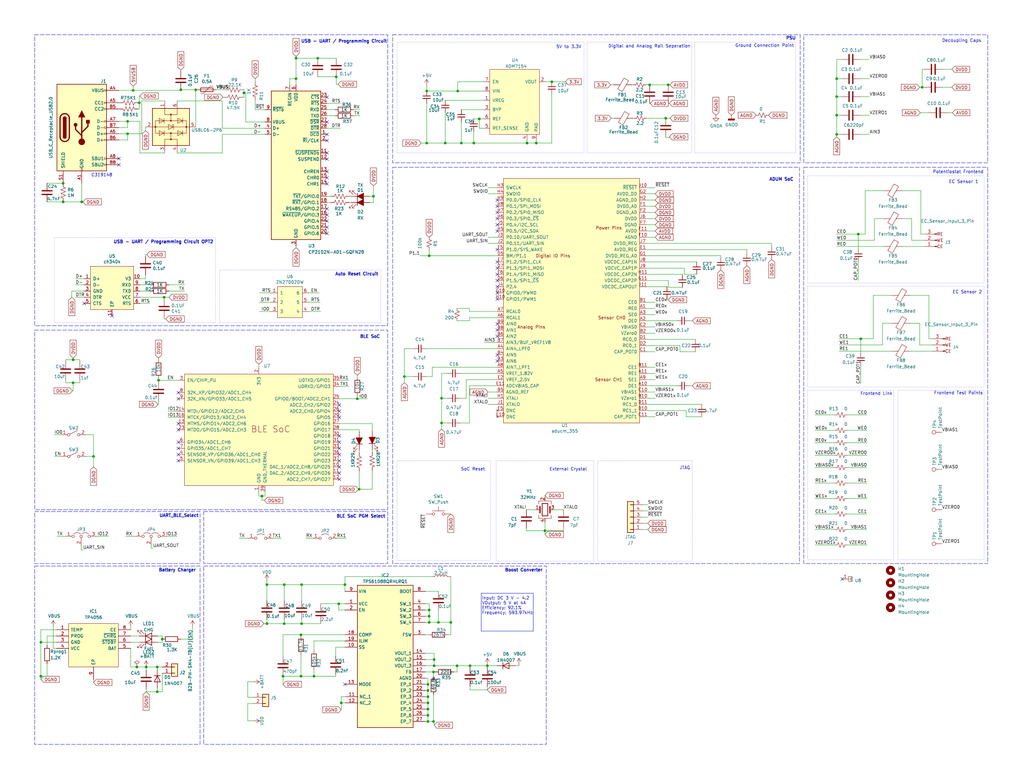
<source format=kicad_sch>
(kicad_sch (version 20231120) (generator "eeschema") (generator_version "8.0")
  (paper "User" 420 320)
  (title_block (title "Potentiostat") (date "2024-02-13") (rev "1.8") (company "Jobit Joseph"))
  (lib_symbols
    (symbol "1N4007_1" (pin_numbers hide) (pin_names hide)
      (property "Reference" "D4" (at -0.635 2.794 90))
      (property "Value" "1N4007" (at 1.905 2.794 90))
      (symbol "1N4007_1_1_1"
        (pin passive line (at -3.81 0 0) (length 2.54) (name "K") (number "1"))
        (pin passive line (at 3.81 0 180) (length 2.54) (name "A") (number "2"))
      )
    )
    (symbol "Connector:TestPoint" (pin_numbers hide) (pin_names (offset 0.762) hide)
      (property "Reference" "TP" (at 0 6.858 0))
      (property "Value" "TestPoint" (at 0 5.08 0))
      (symbol "TestPoint_1_1"
        (pin passive line (at 0 0 90) (length 2.54) (name "1") (number "1"))
      )
    )
    (symbol "Connector_Generic:Conn_01x02" (pin_names (offset 1.016) hide)
      (property "Reference" "J" (at 0 2.54 0))
      (property "Value" "Conn_01x02" (at 0 -5.08 0))
      (symbol "Conn_01x02_1_1"
        (pin passive line (at -5.08 0 0) (length 3.81) (name "Pin_1") (number "1"))
        (pin passive line (at -5.08 -2.54 0) (length 3.81) (name "Pin_2") (number "2"))
      )
    )
    (symbol "Connector_Generic:Conn_01x05" (pin_names (offset 1.016) hide)
      (property "Reference" "J" (at 0 7.62 0))
      (property "Value" "Conn_01x05" (at 0 -7.62 0))
      (symbol "Conn_01x05_1_1"
        (pin passive line (at -5.08 5.08 0) (length 3.81) (name "Pin_1") (number "1"))
        (pin passive line (at -5.08 2.54 0) (length 3.81) (name "Pin_2") (number "2"))
        (pin passive line (at -5.08 0 0) (length 3.81) (name "Pin_3") (number "3"))
        (pin passive line (at -5.08 -2.54 0) (length 3.81) (name "Pin_4") (number "4"))
        (pin passive line (at -5.08 -5.08 0) (length 3.81) (name "Pin_5") (number "5"))
      )
    )
    (symbol "Device:C" (pin_numbers hide) (pin_names (offset 0.254))
      (property "Reference" "C" (at 0.635 2.54 0))
      (property "Value" "C" (at 0.635 -2.54 0))
      (symbol "C_1_1"
        (pin passive line (at 0 3.81 270) (length 2.794) (name "~") (number "1"))
        (pin passive line (at 0 -3.81 90) (length 2.794) (name "~") (number "2"))
      )
    )
    (symbol "Device:C_Small" (pin_numbers hide) (pin_names (offset 0.254) hide)
      (property "Reference" "C" (at 0.254 1.778 0))
      (property "Value" "C_Small" (at 0.254 -2.032 0))
      (symbol "C_Small_1_1"
        (pin passive line (at 0 2.54 270) (length 2.032) (name "~") (number "1"))
        (pin passive line (at 0 -2.54 90) (length 2.032) (name "~") (number "2"))
      )
    )
    (symbol "Device:Crystal_GND24" (pin_names (offset 1.016) hide)
      (property "Reference" "Y" (at 3.175 5.08 0))
      (property "Value" "Crystal_GND24" (at 3.175 3.175 0))
      (symbol "Crystal_GND24_1_1"
        (pin passive line (at -3.81 0 0) (length 1.27) (name "1") (number "1"))
        (pin passive line (at 0 5.08 270) (length 1.27) (name "2") (number "2"))
        (pin passive line (at 3.81 0 180) (length 1.27) (name "3") (number "3"))
        (pin passive line (at 0 -5.08 90) (length 1.27) (name "4") (number "4"))
      )
    )
    (symbol "Device:FerriteBead" (pin_numbers hide) (pin_names (offset 0))
      (property "Reference" "FB" (at -3.81 0.635 90))
      (property "Value" "FerriteBead" (at 3.81 0 90))
      (symbol "FerriteBead_1_1"
        (pin passive line (at 0 3.81 270) (length 2.54) (name "~") (number "1"))
        (pin passive line (at 0 -3.81 90) (length 2.54) (name "~") (number "2"))
      )
    )
    (symbol "Device:L" (pin_numbers hide) (pin_names (offset 1.016) hide)
      (property "Reference" "L" (at -1.27 0 90))
      (property "Value" "L" (at 1.905 0 90))
      (symbol "L_1_1"
        (pin passive line (at 0 3.81 270) (length 1.27) (name "1") (number "1"))
        (pin passive line (at 0 -3.81 90) (length 1.27) (name "2") (number "2"))
      )
    )
    (symbol "Device:LED" (pin_numbers hide) (pin_names (offset 1.016) hide)
      (property "Reference" "D" (at 0 2.54 0))
      (property "Value" "LED" (at 0 -2.54 0))
      (symbol "LED_1_1"
        (pin passive line (at -3.81 0 0) (length 2.54) (name "K") (number "1"))
        (pin passive line (at 3.81 0 180) (length 2.54) (name "A") (number "2"))
      )
    )
    (symbol "Device:LED_ALT" (pin_numbers hide) (pin_names (offset 1.016) hide)
      (property "Reference" "D" (at 0 2.54 0))
      (property "Value" "Device_LED_ALT" (at 0 -2.54 0))
      (symbol "LED_ALT_1_1"
        (pin passive line (at -3.81 0 0) (length 2.54) (name "K") (number "1"))
        (pin passive line (at 3.81 0 180) (length 2.54) (name "A") (number "2"))
      )
    )
    (symbol "Device:Polyfuse" (pin_numbers hide) (pin_names (offset 0))
      (property "Reference" "F" (at -2.54 0 90))
      (property "Value" "Polyfuse" (at 2.54 0 90))
      (symbol "Polyfuse_1_1"
        (pin passive line (at 0 3.81 270) (length 1.27) (name "~") (number "1"))
        (pin passive line (at 0 -3.81 90) (length 1.27) (name "~") (number "2"))
      )
    )
    (symbol "Device:R" (pin_numbers hide) (pin_names (offset 0))
      (property "Reference" "R" (at 2.032 0 90))
      (property "Value" "R" (at 0 0 90))
      (symbol "R_1_1"
        (pin passive line (at 0 3.81 270) (length 1.27) (name "~") (number "1"))
        (pin passive line (at 0 -3.81 90) (length 1.27) (name "~") (number "2"))
      )
    )
    (symbol "Device:R_Small_US" (pin_numbers hide) (pin_names (offset 0.254) hide)
      (property "Reference" "R" (at 0.762 0.508 0))
      (property "Value" "R_Small_US" (at 0.762 -1.016 0))
      (symbol "R_Small_US_1_1"
        (pin passive line (at 0 2.54 270) (length 1.016) (name "~") (number "1"))
        (pin passive line (at 0 -2.54 90) (length 1.016) (name "~") (number "2"))
      )
    )
    (symbol "Device:R_US" (pin_numbers hide) (pin_names (offset 0))
      (property "Reference" "R" (at 2.54 0 90))
      (property "Value" "R_US" (at -2.54 0 90))
      (symbol "R_US_1_1"
        (pin passive line (at 0 3.81 270) (length 1.27) (name "~") (number "1"))
        (pin passive line (at 0 -3.81 90) (length 1.27) (name "~") (number "2"))
      )
    )
    (symbol "Diode:1N4007" (pin_numbers hide) (pin_names hide)
      (property "Reference" "D" (at 0 2.54 0))
      (property "Value" "1N4007" (at 0 -2.54 0))
      (symbol "1N4007_1_1"
        (pin passive line (at -3.81 0 0) (length 2.54) (name "K") (number "1"))
        (pin passive line (at 3.81 0 180) (length 2.54) (name "A") (number "2"))
      )
    )
    (symbol "EMI_RF_Shield:EMI"
      (property "Reference" "U" (at 0 0 0))
      (symbol "EMI_1_1"
        (pin input line (at -3.302 0 0) (length 2.54) (name "1") (number "1"))
      )
    )
    (symbol "ESP32_TouchDown-rescue:USB_C_Receptacle_USB2.0-Connector" (pin_names (offset 1.016))
      (property "Reference" "J" (at -10.16 19.05 0))
      (property "Value" "USB_C_Receptacle_USB2.0-Connector" (at 19.05 19.05 0))
      (symbol "USB_C_Receptacle_USB2.0-Connector_1_1"
        (pin power_in line (at 0 -22.86 90) (length 5.08) (name "GND") (number "A1"))
        (pin passive line (at 0 -22.86 90) (length 5.08) hide (name "GND") (number "A12"))
        (pin power_in line (at 15.24 15.24 180) (length 5.08) (name "VBUS") (number "A4"))
        (pin bidirectional line (at 15.24 10.16 180) (length 5.08) (name "CC1") (number "A5"))
        (pin bidirectional line (at 15.24 -2.54 180) (length 5.08) (name "D+") (number "A6"))
        (pin bidirectional line (at 15.24 2.54 180) (length 5.08) (name "D-") (number "A7"))
        (pin bidirectional line (at 15.24 -12.7 180) (length 5.08) (name "SBU1") (number "A8"))
        (pin passive line (at 15.24 15.24 180) (length 5.08) hide (name "VBUS") (number "A9"))
        (pin passive line (at 0 -22.86 90) (length 5.08) hide (name "GND") (number "B1"))
        (pin passive line (at 0 -22.86 90) (length 5.08) hide (name "GND") (number "B12"))
        (pin passive line (at 15.24 15.24 180) (length 5.08) hide (name "VBUS") (number "B4"))
        (pin bidirectional line (at 15.24 7.62 180) (length 5.08) (name "CC2") (number "B5"))
        (pin bidirectional line (at 15.24 -5.08 180) (length 5.08) (name "D+") (number "B6"))
        (pin bidirectional line (at 15.24 0 180) (length 5.08) (name "D-") (number "B7"))
        (pin bidirectional line (at 15.24 -15.24 180) (length 5.08) (name "SBU2") (number "B8"))
        (pin passive line (at 15.24 15.24 180) (length 5.08) hide (name "VBUS") (number "B9"))
        (pin passive line (at -7.62 -22.86 90) (length 5.08) (name "SHIELD") (number "S1"))
      )
    )
    (symbol "Espressif:ESP32-WROOM-E" (pin_names (offset 1.016))
      (property "Reference" "U7" (at 1.9559 26.162 0))
      (symbol "ESP32-WROOM-E_1_1"
        (text "BLE SoC" (at 4.826 0.254 0) (effects (font (size 2.54 2.54))))
        (pin power_in line (at 0 -25.4 90) (length 2.54) (name "GND") (number "1"))
        (pin bidirectional line (at 33.02 -15.24 180) (length 2.54) (name "DAC_1/ADC2_CH8/GPIO25") (number "10"))
        (pin bidirectional line (at 33.02 -17.78 180) (length 2.54) (name "DAC_2/ADC2_CH9/GPIO26") (number "11"))
        (pin bidirectional line (at 33.02 -20.32 180) (length 2.54) (name "ADC2_CH7/GPIO27") (number "12"))
        (pin bidirectional line (at -33.02 2.54 0) (length 2.54) (name "MTMS/GPIO14/ADC2_CH6") (number "13"))
        (pin bidirectional line (at -33.02 7.62 0) (length 2.54) (name "MTDI/GPIO12/ADC2_CH5") (number "14"))
        (pin passive line (at 0 -25.4 90) (length 2.54) hide (name "GND") (number "15"))
        (pin bidirectional line (at -33.02 5.08 0) (length 2.54) (name "MTCK/GPIO13/ADC2_CH4") (number "16"))
        (pin power_in line (at 0 25.4 270) (length 2.54) (name "3V3") (number "2"))
        (pin bidirectional line (at -33.02 0 0) (length 2.54) (name "MTDO/GPIO15/ADC2_CH3") (number "23"))
        (pin bidirectional line (at 33.02 10.16 180) (length 2.54) (name "ADC2_CH2/GPIO2") (number "24"))
        (pin bidirectional line (at 33.02 12.7 180) (length 2.54) (name "GPIO0/BOOT/ADC2_CH1") (number "25"))
        (pin bidirectional line (at 33.02 7.62 180) (length 2.54) (name "ADC2_CH0/GPIO4") (number "26"))
        (pin bidirectional line (at 33.02 2.54 180) (length 2.54) (name "GPIO16") (number "27"))
        (pin bidirectional line (at 33.02 0 180) (length 2.54) (name "GPIO17") (number "28"))
        (pin bidirectional line (at 33.02 5.08 180) (length 2.54) (name "GPIO5") (number "29"))
        (pin input line (at -33.02 20.32 0) (length 2.54) (name "EN/CHIP_PU") (number "3"))
        (pin bidirectional line (at 33.02 -2.54 180) (length 2.54) (name "GPIO18") (number "30"))
        (pin bidirectional line (at 33.02 -5.08 180) (length 2.54) (name "GPIO19") (number "31"))
        (pin bidirectional line (at 33.02 -7.62 180) (length 2.54) (name "GPIO21") (number "33"))
        (pin bidirectional line (at 33.02 17.78 180) (length 2.54) (name "U0RXD/GPIO3") (number "34"))
        (pin bidirectional line (at 33.02 20.32 180) (length 2.54) (name "U0TXD/GPIO1") (number "35"))
        (pin bidirectional line (at 33.02 -10.16 180) (length 2.54) (name "GPIO22") (number "36"))
        (pin bidirectional line (at 33.02 -12.7 180) (length 2.54) (name "GPIO23") (number "37"))
        (pin passive line (at 0 -25.4 90) (length 2.54) hide (name "GND") (number "38"))
        (pin power_in line (at 2.54 -25.4 90) (length 2.54) (name "GND_THERMAL") (number "39"))
        (pin input line (at -33.02 -10.16 0) (length 2.54) (name "SENSOR_VP/GPIO36/ADC1_CH0") (number "4"))
        (pin input line (at -33.02 -12.7 0) (length 2.54) (name "SENSOR_VN/GPIO39/ADC1_CH3") (number "5"))
        (pin input line (at -33.02 -5.08 0) (length 2.54) (name "GPIO34/ADC1_CH6") (number "6"))
        (pin input line (at -33.02 -7.62 0) (length 2.54) (name "GPIO35/ADC1_CH7") (number "7"))
        (pin bidirectional line (at -33.02 15.24 0) (length 2.54) (name "32K_XP/GPIO32/ADC1_CH4") (number "8"))
        (pin bidirectional line (at -33.02 12.7 0) (length 2.54) (name "32K_XN/GPIO33/ADC1_CH5") (number "9"))
      )
    )
    (symbol "Interface_USB:CP2102N-A01-GQFN28"
      (property "Reference" "U" (at -7.62 31.75 0))
      (property "Value" "Interface_USB_CP2102N-A01-GQFN28" (at 26.67 31.75 0))
      (symbol "CP2102N-A01-GQFN28_1_1"
        (pin input line (at 12.7 12.7 180) (length 2.54) (name "~{DCD}") (number "1"))
        (pin no_connect line (at -10.16 -10.16 0) (length 2.54) hide (name "NC") (number "10"))
        (pin output line (at 12.7 5.08 180) (length 2.54) (name "~{SUSPENDb}") (number "11"))
        (pin output line (at 12.7 2.54 180) (length 2.54) (name "SUSPEND") (number "12"))
        (pin output line (at 12.7 -2.54 180) (length 2.54) (name "CHREN") (number "13"))
        (pin output line (at 12.7 -7.62 180) (length 2.54) (name "CHR1") (number "14"))
        (pin output line (at 12.7 -5.08 180) (length 2.54) (name "CHR0") (number "15"))
        (pin bidirectional line (at 12.7 -20.32 180) (length 2.54) (name "~{WAKEUP}/GPIO.3") (number "16"))
        (pin bidirectional line (at 12.7 -17.78 180) (length 2.54) (name "RS485/GPIO.2") (number "17"))
        (pin bidirectional line (at 12.7 -15.24 180) (length 2.54) (name "~{RXT}/GPIO.1") (number "18"))
        (pin bidirectional line (at 12.7 -12.7 180) (length 2.54) (name "~{TXT}/GPIO.0") (number "19"))
        (pin bidirectional line (at 12.7 10.16 180) (length 2.54) (name "~{RI}/CLK") (number "2"))
        (pin bidirectional line (at 12.7 -27.94 180) (length 2.54) (name "GPIO.6") (number "20"))
        (pin bidirectional line (at 12.7 -25.4 180) (length 2.54) (name "GPIO.5") (number "21"))
        (pin bidirectional line (at 12.7 -22.86 180) (length 2.54) (name "GPIO.4") (number "22"))
        (pin input line (at 12.7 27.94 180) (length 2.54) (name "~{CTS}") (number "23"))
        (pin output line (at 12.7 25.4 180) (length 2.54) (name "~{RTS}") (number "24"))
        (pin input line (at 12.7 22.86 180) (length 2.54) (name "RXD") (number "25"))
        (pin output line (at 12.7 20.32 180) (length 2.54) (name "TXD") (number "26"))
        (pin input line (at 12.7 17.78 180) (length 2.54) (name "~{DSR}") (number "27"))
        (pin output line (at 12.7 15.24 180) (length 2.54) (name "~{DTR}") (number "28"))
        (pin passive line (at 0 -33.02 90) (length 2.54) hide (name "GND") (number "29"))
        (pin power_in line (at 0 -33.02 90) (length 2.54) (name "GND") (number "3"))
        (pin bidirectional line (at -12.7 15.24 0) (length 2.54) (name "D+") (number "4"))
        (pin bidirectional line (at -12.7 12.7 0) (length 2.54) (name "D-") (number "5"))
        (pin passive line (at 0 33.02 270) (length 2.54) (name "VDD") (number "6"))
        (pin power_in line (at -2.54 33.02 270) (length 2.54) (name "REGIN") (number "7"))
        (pin input line (at -12.7 17.78 0) (length 2.54) (name "VBUS") (number "8"))
        (pin input line (at -12.7 22.86 0) (length 2.54) (name "~{RSTb}") (number "9"))
      )
    )
    (symbol "Jumper:Jumper_2_Open" (pin_names (offset 0) hide)
      (property "Reference" "JP" (at 0 2.794 0))
      (property "Value" "Jumper_2_Open" (at 0 -2.286 0))
      (symbol "Jumper_2_Open_1_1"
        (pin passive line (at -5.08 0 0) (length 2.54) (name "A") (number "1"))
        (pin passive line (at 5.08 0 180) (length 2.54) (name "B") (number "2"))
      )
    )
    (symbol "Jumper:Jumper_3_Open" (pin_names (offset 0) hide)
      (property "Reference" "JP" (at -2.54 -2.54 0))
      (property "Value" "Jumper_3_Open" (at 0 2.794 0))
      (symbol "Jumper_3_Open_1_1"
        (pin passive line (at -6.35 0 0) (length 2.54) (name "A") (number "1"))
        (pin passive line (at 0 -3.81 90) (length 2.54) (name "C") (number "2"))
        (pin passive line (at 6.35 0 180) (length 2.54) (name "B") (number "3"))
      )
    )
    (symbol "Mechanical:MountingHole" (pin_names (offset 1.016))
      (property "Reference" "H" (at 0 5.08 0))
      (property "Value" "MountingHole" (at 0 3.175 0))
    )
    (symbol "Power_Protection:USBLC6-2P6" (pin_names hide)
      (property "Reference" "U" (at 2.54 8.89 0))
      (property "Value" "USBLC6-2P6" (at 2.54 -8.89 0))
      (symbol "USBLC6-2P6_1_1"
        (pin passive line (at -10.16 -2.54 0) (length 2.54) (name "I/O1") (number "1"))
        (pin passive line (at 0 -10.16 90) (length 2.54) (name "GND") (number "2"))
        (pin passive line (at 10.16 -2.54 180) (length 2.54) (name "I/O2") (number "3"))
        (pin passive line (at 10.16 2.54 180) (length 2.54) (name "I/O2") (number "4"))
        (pin passive line (at 0 10.16 270) (length 2.54) (name "VBUS") (number "5"))
        (pin passive line (at -10.16 2.54 0) (length 2.54) (name "I/O1") (number "6"))
      )
    )
    (symbol "SIB_Footprint:ADM7514" (pin_names (offset 1.016))
      (property "Reference" "U4" (at -1.27 16.51 0))
      (property "Value" "ADM7154" (at -3.81 13.97 0))
      (symbol "ADM7514_1_1"
        (pin output line (at -12.7 0 0) (length 2.54) (name "VREG") (number "1"))
        (pin output line (at 12.7 7.62 180) (length 2.54) (name "VOUT") (number "2"))
        (pin output line (at -12.7 -3.81 0) (length 2.54) (name "BYP") (number "3"))
        (pin bidirectional line (at 5.08 -16.51 90) (length 2.54) (name "GND") (number "4"))
        (pin input line (at -12.7 -11.43 0) (length 2.54) (name "REF_SENSE") (number "5"))
        (pin output line (at -12.7 -7.62 0) (length 2.54) (name "REF") (number "6"))
        (pin input line (at -12.7 7.62 0) (length 2.54) (name "EN") (number "7"))
        (pin input line (at -12.7 3.81 0) (length 2.54) (name "VIN") (number "8"))
        (pin bidirectional line (at 8.89 -16.51 90) (length 2.54) (name "PAD") (number "9"))
      )
    )
    (symbol "SIB_Footprint:EC_Sensor_Input_3_Pin" (pin_names (offset 1.016) hide)
      (property "Reference" "J" (at 0 5.08 0))
      (property "Value" "EC_Sensor_Input_3_Pin" (at 0 -5.08 0))
      (symbol "EC_Sensor_Input_3_Pin_0_0"
        (text "CE" (at -1.27 2.54 0) (effects (font (size 1.27 1.27))))
        (text "RE" (at -1.27 -2.54 0) (effects (font (size 1.27 1.27))))
        (text "WE" (at -1.27 0 0) (effects (font (size 1.27 1.27))))
      )
      (symbol "EC_Sensor_Input_3_Pin_1_1"
        (pin passive line (at 5.08 2.54 180) (length 3.81) (name "Pin_1") (number "1"))
        (pin passive line (at 5.08 0 180) (length 3.81) (name "Pin_2") (number "2"))
        (pin passive line (at 5.08 -2.54 180) (length 3.81) (name "Pin_3") (number "3"))
      )
    )
    (symbol "SIB_Footprint:aducm_355" (pin_names (offset 1.016))
      (property "Reference" "U1" (at 1.27 48.641 0))
      (property "Value" "aducm_355" (at 1.27 46.3296 0))
      (symbol "aducm_355_0_0"
        (text "Analog Pins" (at -15.24 -16.51 0) (effects (font (size 1.27 1.27))))
        (text "Digital IO Pins" (at -6.35 12.7 0) (effects (font (size 1.27 1.27))))
        (text "Power Pins" (at 16.51 24.13 0) (effects (font (size 1.27 1.27))))
        (text "Sensor CH0" (at 17.78 -12.7 0) (effects (font (size 1.27 1.27))))
        (text "Sensor CH1" (at 16.51 -38.1 0) (effects (font (size 1.27 1.27))))
      )
      (symbol "aducm_355_1_1"
        (pin input line (at 31.75 -8.89 180) (length 2.54) (name "RE0") (number "A1"))
        (pin input line (at 31.75 -40.64 180) (length 2.54) (name "DE1") (number "A10"))
        (pin input line (at 31.75 -35.56 180) (length 2.54) (name "RE1") (number "A11"))
        (pin input line (at 31.75 -13.97 180) (length 2.54) (name "DE0") (number "A2"))
        (pin input line (at 31.75 -11.43 180) (length 2.54) (name "SE0") (number "A3"))
        (pin bidirectional line (at -29.21 -25.4 0) (length 2.54) (name "AIN4_LPF0") (number "A4"))
        (pin bidirectional line (at -29.21 -35.56 0) (length 2.54) (name "VREF_1.82V") (number "A5"))
        (pin input line (at -29.21 -12.7 0) (length 2.54) (name "RCAL1") (number "A6"))
        (pin input line (at -29.21 -10.16 0) (length 2.54) (name "RCAL0") (number "A7"))
        (pin bidirectional line (at -29.21 -33.02 0) (length 2.54) (name "AIN7_LPF1") (number "A8"))
        (pin input line (at 31.75 -38.1 180) (length 2.54) (name "SE1") (number "A9"))
        (pin bidirectional line (at 31.75 -6.35 180) (length 2.54) (name "CE0") (number "B1"))
        (pin bidirectional line (at 31.75 -45.72 180) (length 2.54) (name "VZero1") (number "B10"))
        (pin bidirectional line (at 31.75 -33.02 180) (length 2.54) (name "CE1") (number "B11"))
        (pin bidirectional line (at 31.75 -19.05 180) (length 2.54) (name "VZero0") (number "B2"))
        (pin input line (at -29.21 -30.48 0) (length 2.54) (name "AIN6") (number "B3"))
        (pin input line (at -29.21 -27.94 0) (length 2.54) (name "AIN5") (number "B4"))
        (pin input line (at -29.21 -43.18 0) (length 2.54) (name "AGND_REF") (number "B5"))
        (pin input line (at -29.21 -20.32 0) (length 2.54) (name "AIN2") (number "B6"))
        (pin bidirectional line (at -29.21 -22.86 0) (length 2.54) (name "AIN3/BUF_VREF1V8") (number "B7"))
        (pin input line (at -29.21 -17.78 0) (length 2.54) (name "AIN1") (number "B8"))
        (pin input line (at -29.21 -15.24 0) (length 2.54) (name "AIN0") (number "B9"))
        (pin input line (at 31.75 -26.67 180) (length 2.54) (name "CAP_POT0") (number "C1"))
        (pin bidirectional line (at 31.75 -43.18 180) (length 2.54) (name "VBIAS1") (number "C10"))
        (pin input line (at 31.75 -53.34 180) (length 2.54) (name "CAP_POT1") (number "C11"))
        (pin bidirectional line (at 31.75 -16.51 180) (length 2.54) (name "VBIAS0") (number "C2"))
        (pin input line (at 31.75 -21.59 180) (length 2.54) (name "RC0_0") (number "D1"))
        (pin input line (at 31.75 -50.8 180) (length 2.54) (name "RC1_1") (number "D10"))
        (pin input line (at 31.75 -48.26 180) (length 2.54) (name "RC1_0") (number "D11"))
        (pin input line (at 31.75 -24.13 180) (length 2.54) (name "RC0_1") (number "D2"))
        (pin bidirectional line (at -29.21 12.7 0) (length 2.54) (name "BM/P1.1") (number "D5"))
        (pin bidirectional line (at -29.21 2.54 0) (length 2.54) (name "P1.5/SPI1_~{CS}") (number "D6"))
        (pin bidirectional line (at -29.21 7.62 0) (length 2.54) (name "P1.3/SPI1_MOSI") (number "D7"))
        (pin input line (at 31.75 15.24 180) (length 2.54) (name "AVDD_REG") (number "E1"))
        (pin no_connect line (at -29.21 -53.34 0) (length 2.54) (name "DNC") (number "E10"))
        (pin bidirectional line (at -29.21 -40.64 0) (length 2.54) (name "ADCVBIAS_CAP") (number "E11"))
        (pin bidirectional line (at -29.21 -38.1 0) (length 2.54) (name "VREF_2.5V") (number "E2"))
        (pin no_connect line (at -29.21 -50.8 0) (length 2.54) (name "DNC") (number "E5"))
        (pin bidirectional line (at -29.21 10.16 0) (length 2.54) (name "P1.2/SPI1_CLK") (number "E7"))
        (pin input line (at 31.75 33.02 180) (length 2.54) (name "DVDD_AD") (number "F1"))
        (pin input line (at 31.75 20.32 180) (length 2.54) (name "AGND") (number "F10"))
        (pin input line (at 31.75 22.86 180) (length 2.54) (name "AVDD") (number "F11"))
        (pin input line (at 31.75 30.48 180) (length 2.54) (name "DGND_AD") (number "F2"))
        (pin bidirectional line (at -29.21 15.24 0) (length 2.54) (name "P1.0/SYS_WAKE") (number "F5"))
        (pin bidirectional line (at -29.21 5.08 0) (length 2.54) (name "P1.4/SPI1_MISO") (number "F6"))
        (pin input line (at 31.75 25.4 180) (length 2.54) (name "DGND") (number "F7"))
        (pin input line (at 31.75 12.7 180) (length 2.54) (name "DVDD_REG_AD") (number "G1"))
        (pin bidirectional line (at -29.21 -2.54 0) (length 2.54) (name "GPIO0/PWM0") (number "G10"))
        (pin input line (at 31.75 2.54 180) (length 2.54) (name "VDCDC_CAP2P") (number "G11"))
        (pin input line (at 31.75 38.1 180) (length 2.54) (name "AVDD_DD") (number "G2"))
        (pin input line (at -29.21 -45.72 0) (length 2.54) (name "XTALI") (number "H1"))
        (pin bidirectional line (at -29.21 -5.08 0) (length 2.54) (name "GPIO1/PWM1") (number "H10"))
        (pin input line (at 31.75 5.08 180) (length 2.54) (name "VDCDC_CAP2N") (number "H11"))
        (pin input line (at 31.75 35.56 180) (length 2.54) (name "AGND_DD") (number "H2"))
        (pin input line (at -29.21 40.64 0) (length 2.54) (name "SWCLK") (number "H3"))
        (pin bidirectional line (at -29.21 38.1 0) (length 2.54) (name "SWDIO") (number "H4"))
        (pin bidirectional line (at -29.21 22.86 0) (length 2.54) (name "P0.5/I2C_SDA") (number "H5"))
        (pin bidirectional line (at -29.21 27.94 0) (length 2.54) (name "P0.3/SPI0_~{CS}") (number "H6"))
        (pin bidirectional line (at -29.21 30.48 0) (length 2.54) (name "P0.2/SPI0_MISO") (number "H7"))
        (pin bidirectional line (at -29.21 33.02 0) (length 2.54) (name "P0.1/SPI_MOSI") (number "H8"))
        (pin bidirectional line (at -29.21 35.56 0) (length 2.54) (name "P0.0/SPI0_CLK") (number "H9"))
        (pin output line (at -29.21 -48.26 0) (length 2.54) (name "XTALO") (number "J1"))
        (pin input line (at 31.75 40.64 180) (length 2.54) (name "~{RESET}") (number "J10"))
        (pin output line (at 31.75 0 180) (length 2.54) (name "VDCDC_CAPOUT~{}") (number "J11"))
        (pin bidirectional line (at -29.21 17.78 0) (length 2.54) (name "P0.11/UART_SIN") (number "J2"))
        (pin bidirectional line (at -29.21 20.32 0) (length 2.54) (name "P0.10/UART_SOUT") (number "J3"))
        (pin bidirectional line (at -29.21 0 0) (length 2.54) (name "P2.4") (number "J4"))
        (pin bidirectional line (at -29.21 25.4 0) (length 2.54) (name "P0.4/I2C_SCL") (number "J5"))
        (pin input line (at 31.75 27.94 180) (length 2.54) (name "DVDD") (number "J6"))
        (pin input line (at 31.75 17.78 180) (length 2.54) (name "DVDD_REG") (number "J7"))
        (pin input line (at 31.75 10.16 180) (length 2.54) (name "VDCDC_CAP1N") (number "J8"))
        (pin input line (at 31.75 7.62 180) (length 2.54) (name "VDCVC_CAP1P") (number "J9"))
      )
    )
    (symbol "Switch:SW_Push" (pin_numbers hide) (pin_names (offset 1.016) hide)
      (property "Reference" "SW" (at 1.27 2.54 0))
      (property "Value" "SW_Push" (at 0 -1.524 0))
      (symbol "SW_Push_0_1"
        (pin passive line (at -5.08 0 0) (length 2.54) (name "1") (number "1"))
        (pin passive line (at 5.08 0 180) (length 2.54) (name "2") (number "2"))
      )
    )
    (symbol "Switch:SW_SPST" (pin_names (offset 0) hide)
      (property "Reference" "SW" (at 0 3.175 0))
      (property "Value" "SW_SPST" (at 0 -2.54 0))
      (symbol "SW_SPST_1_1"
        (pin passive line (at -5.08 0 0) (length 2.54) (name "A") (number "1"))
        (pin passive line (at 5.08 0 180) (length 2.54) (name "B") (number "2"))
      )
    )
    (symbol "TP4056-42-ESOP8:TP4056-42-ESOP8" (pin_names (offset 0.762))
      (property "Reference" "IC?" (at 15.24 7.62 0))
      (property "Value" "TP4056" (at 15.24 5.08 0))
      (symbol "TP4056-42-ESOP8_0_0"
        (pin passive line (at 0 0 0) (length 5.08) (name "TEMP") (number "1"))
        (pin passive line (at 0 -2.54 0) (length 5.08) (name "PROG") (number "2"))
        (pin passive line (at 0 -5.08 0) (length 5.08) (name "GND") (number "3"))
        (pin passive line (at 0 -7.62 0) (length 5.08) (name "VCC") (number "4"))
        (pin passive line (at 30.48 -7.62 180) (length 5.08) (name "BAT") (number "5"))
        (pin passive line (at 30.48 -5.08 180) (length 5.08) (name "~{STDBY}") (number "6"))
        (pin passive line (at 30.48 -2.54 180) (length 5.08) (name "~{CHRG}") (number "7"))
        (pin passive line (at 30.48 0 180) (length 5.08) (name "CE") (number "8"))
        (pin passive line (at 15.24 -20.32 90) (length 5.08) (name "EP") (number "9"))
      )
    )
    (symbol "TPS61088QRH_1"
      (property "Reference" "IC3" (at 16.51 5.08 0))
      (property "Value" "TPS61088QRHLRQ1" (at 16.256 -2.286 0))
      (symbol "TPS61088QRH_1_1_1"
        (pin passive line (at 0 -5.08 0) (length 5.08) (name "VCC") (number "1"))
        (pin passive line (at 0 -22.86 0) (length 5.08) (name "SS") (number "10"))
        (pin passive line (at 0.254 -43.18 0) (length 5.08) (name "NC_1") (number "11"))
        (pin passive line (at 0.254 -45.72 0) (length 5.08) (name "NC_2") (number "12"))
        (pin passive line (at 0 -38.1 0) (length 5.08) (name "MODE") (number "13"))
        (pin passive line (at 33.02 -25.4 180) (length 5.08) (name "VOUT_1") (number "14"))
        (pin passive line (at 33.02 -27.94 180) (length 5.08) (name "VOUT_2") (number "15"))
        (pin passive line (at 33.02 -30.48 180) (length 5.08) (name "VOUT_3") (number "16"))
        (pin passive line (at 33.02 -33.02 180) (length 5.08) (name "FB") (number "17"))
        (pin passive line (at 0 -17.78 0) (length 5.08) (name "COMP") (number "18"))
        (pin passive line (at 0 -20.32 0) (length 5.08) (name "ILIM") (number "19"))
        (pin passive line (at 0 -7.62 0) (length 5.08) (name "EN") (number "2"))
        (pin passive line (at 33.02 -35.56 180) (length 5.08) (name "AGND") (number "20"))
        (pin passive line (at 33.02 -38.1 180) (length 5.08) (name "EP_1") (number "21"))
        (pin passive line (at 33.02 -40.64 180) (length 5.08) (name "EP_2") (number "22"))
        (pin passive line (at 33.02 -43.18 180) (length 5.08) (name "EP_3") (number "23"))
        (pin passive line (at 33.02 -45.72 180) (length 5.08) (name "EP_4") (number "24"))
        (pin passive line (at 33.02 -48.26 180) (length 5.08) (name "EP_5") (number "25"))
        (pin passive line (at 33.02 -50.8 180) (length 5.08) (name "EP_6") (number "26"))
        (pin passive line (at 33.02 -53.34 180) (length 5.08) (name "EP_7") (number "27"))
        (pin passive line (at 33.02 -17.78 180) (length 5.08) (name "FSW") (number "3"))
        (pin passive line (at 33.02 -5.08 180) (length 5.08) (name "SW_1") (number "4"))
        (pin passive line (at 33.02 -7.62 180) (length 5.08) (name "SW_2") (number "5"))
        (pin passive line (at 33.02 -10.16 180) (length 5.08) (name "SW_3") (number "6"))
        (pin passive line (at 33.02 -12.7 180) (length 5.08) (name "SW_4") (number "7"))
        (pin passive line (at 33.02 0 180) (length 5.08) (name "BOOT") (number "8"))
        (pin passive line (at 0 0 0) (length 5.08) (name "VIN") (number "9"))
      )
    )
    (symbol "downloader-rescue:DDC114TU-7-F-my" (pin_names (offset 1.016))
      (property "Reference" "U6" (at 0 10.541 0))
      (property "Value" "2N27002DW" (at 0 8.2296 0))
      (symbol "DDC114TU-7-F-my_1_1"
        (pin passive line (at -7.62 3.81 0) (length 2.54) (name "1") (number "1"))
        (pin passive line (at -7.62 0 0) (length 2.54) (name "2") (number "2"))
        (pin passive line (at -7.62 -3.81 0) (length 2.54) (name "3") (number "3"))
        (pin passive line (at 7.62 -3.81 180) (length 2.54) (name "4") (number "4"))
        (pin passive line (at 7.62 0 180) (length 2.54) (name "5") (number "5"))
        (pin passive line (at 7.62 3.81 180) (length 2.54) (name "6") (number "6"))
      )
    )
    (symbol "downloader-rescue:ch340k-my" (pin_names (offset 1.016))
      (property "Reference" "U5" (at 0 13.081 0))
      (property "Value" "ch340k" (at 0 10.7696 0))
      (symbol "ch340k-my_1_1"
        (pin passive line (at -11.43 3.81 0) (length 2.54) (name "D+") (number "1"))
        (pin passive line (at 11.43 3.81 180) (length 2.54) (name "V3") (number "10"))
        (pin input line (at 0 -11.43 90) (length 2.54) (name "EP") (number "11"))
        (pin passive line (at -11.43 1.27 0) (length 2.54) (name "D-") (number "2"))
        (pin passive line (at -11.43 -1.27 0) (length 2.54) (name "GND") (number "3"))
        (pin passive line (at -11.43 -3.81 0) (length 2.54) (name "DTR") (number "4"))
        (pin passive line (at -11.43 -6.35 0) (length 2.54) (name "CTS") (number "5"))
        (pin passive line (at 11.43 -6.35 180) (length 2.54) (name "RTS") (number "6"))
        (pin passive line (at 11.43 -3.81 180) (length 2.54) (name "VCC") (number "7"))
        (pin passive line (at 11.43 -1.27 180) (length 2.54) (name "TXD") (number "8"))
        (pin passive line (at 11.43 1.27 180) (length 2.54) (name "RXD") (number "9"))
      )
    )
    (symbol "power:+5V" (power) (pin_names (offset 0))
      (property "Value" "+5V" (at 0 3.556 0))
      (symbol "+5V_1_1"
        (pin power_in line (at 0 0 90) (length 0) hide (name "+5V") (number "1"))
      )
    )
    (symbol "power:+BATT" (power) (pin_names (offset 0))
      (property "Value" "+BATT" (at 0 3.556 0))
      (symbol "+BATT_1_1"
        (pin power_in line (at 0 0 90) (length 0) hide (name "+BATT") (number "1"))
      )
    )
    (symbol "power:GNDA" (power) (pin_names (offset 0))
      (property "Value" "GNDA" (at 0 -3.81 0))
      (symbol "GNDA_1_1"
        (pin power_in line (at 0 0 270) (length 0) hide (name "GNDA") (number "1"))
      )
    )
    (symbol "power:GNDD" (power) (pin_names (offset 0))
      (property "Value" "GNDD" (at 0 -3.175 0))
      (symbol "GNDD_1_1"
        (pin power_in line (at 0 0 270) (length 0) hide (name "GNDD") (number "1"))
      )
    )
    (symbol "power:PWR_FLAG" (power) (pin_numbers hide) (pin_names (offset 0) hide)
      (property "Value" "PWR_FLAG" (at 0 3.81 0))
      (symbol "PWR_FLAG_0_0"
        (pin power_out line (at 0 0 90) (length 0) (name "pwr") (number "1"))
      )
    )
    (symbol "power:VBUS" (power) (pin_names (offset 0))
      (property "Value" "VBUS" (at 0 3.81 0))
      (symbol "VBUS_1_1"
        (pin power_in line (at 0 0 90) (length 0) hide (name "VBUS") (number "1"))
      )
    )
    (symbol "power:VDD" (power) (pin_names (offset 0))
      (property "Value" "VDD" (at 0 3.81 0))
      (symbol "VDD_1_1"
        (pin power_in line (at 0 0 90) (length 0) hide (name "VDD") (number "1"))
      )
    )
  )
  (junction (at 223.52 217.678))
  (junction (at 121.412 23.876))
  (junction (at 175.514 280.67))
  (junction (at 38.354 187.198))
  (junction (at 123.444 260.35))
  (junction (at 274.066 34.798))
  (junction (at 182.626 58.674))
  (junction (at 123.698 239.776))
  (junction (at 199.898 273.05))
  (junction (at 64.516 283.718))
  (junction (at 16.764 263.398))
  (junction (at 216.154 58.674))
  (junction (at 175.514 283.21))
  (junction (at 343.154 47.244))
  (junction (at 128.778 277.368))
  (junction (at 52.324 54.864))
  (junction (at 121.412 32.258))
  (junction (at 100.076 38.1))
  (junction (at 273.05 48.514))
  (junction (at 54.61 37.084))
  (junction (at 147.32 200.66))
  (junction (at 219.964 58.674))
  (junction (at 109.474 255.778))
  (junction (at 57.15 42.164))
  (junction (at 187.706 37.338))
  (junction (at 33.528 82.804))
  (junction (at 66.548 262.128))
  (junction (at 177.8 275.59))
  (junction (at 343.154 32.258))
  (junction (at 123.444 277.368))
  (junction (at 123.698 255.778))
  (junction (at 181.102 163.322))
  (junction (at 116.586 239.776))
  (junction (at 139.954 288.29))
  (junction (at 107.442 203.454))
  (junction (at 184.912 255.27))
  (junction (at 176.022 104.902))
  (junction (at 175.514 290.83))
  (junction (at 65.024 155.956))
  (junction (at 25.908 82.804))
  (junction (at 352.044 96.012))
  (junction (at 178.054 273.05))
  (junction (at 181.102 173.482))
  (junction (at 25.908 75.184))
  (junction (at 56.134 273.558))
  (junction (at 74.168 36.83))
  (junction (at 226.314 33.528))
  (junction (at 146.558 163.576))
  (junction (at 192.786 273.05))
  (junction (at 353.06 138.938))
  (junction (at 175.006 58.674))
  (junction (at 175.514 295.91))
  (junction (at 59.944 273.558))
  (junction (at 343.154 39.624))
  (junction (at 116.586 255.778))
  (junction (at 179.832 255.27))
  (junction (at 153.162 80.518))
  (junction (at 16.764 277.368))
  (junction (at 176.022 252.73))
  (junction (at 187.452 273.05))
  (junction (at 196.596 48.768))
  (junction (at 178.054 270.51))
  (junction (at 266.446 34.798))
  (junction (at 52.324 49.784))
  (junction (at 130.302 23.876))
  (junction (at 194.31 58.674))
  (junction (at 80.264 36.83))
  (junction (at 116.078 277.368))
  (junction (at 176.022 255.27))
  (junction (at 165.862 154.432))
  (junction (at 64.516 273.558))
  (junction (at 141.478 239.776))
  (junction (at 29.972 147.574))
  (junction (at 177.8 295.91))
  (junction (at 175.514 285.75))
  (junction (at 175.514 288.29))
  (junction (at 189.23 58.674))
  (junction (at 137.922 31.496))
  (junction (at 138.938 247.65))
  (junction (at 67.31 121.92))
  (junction (at 378.206 35.814))
  (junction (at 109.474 239.776))
  (junction (at 176.022 250.19))
  (junction (at 175.006 37.338))
  (junction (at 29.972 156.972))
  (junction (at 343.154 55.118))
  (junction (at 175.514 293.37))
  (no_connect (at 203.962 107.442))
  (no_connect (at 203.962 102.362))
  (no_connect (at 139.192 196.596))
  (no_connect (at 134.112 55.118))
  (no_connect (at 73.152 173.736))
  (no_connect (at 203.962 145.542))
  (no_connect (at 141.478 280.67))
  (no_connect (at 139.192 191.516))
  (no_connect (at 134.112 88.138))
  (no_connect (at 139.192 166.116))
  (no_connect (at 203.962 89.662))
  (no_connect (at 203.962 117.602))
  (no_connect (at 139.192 188.976))
  (no_connect (at 139.192 171.196))
  (no_connect (at 73.152 176.276))
  (no_connect (at 203.962 115.062))
  (no_connect (at 139.192 183.896))
  (no_connect (at 73.152 163.576))
  (no_connect (at 134.112 70.358))
  (no_connect (at 48.768 65.024))
  (no_connect (at 203.962 135.382))
  (no_connect (at 134.112 85.598))
  (no_connect (at 134.112 93.218))
  (no_connect (at 73.152 161.036))
  (no_connect (at 203.962 132.842))
  (no_connect (at 203.962 94.742))
  (no_connect (at 139.192 194.056))
  (no_connect (at 134.112 62.738))
  (no_connect (at 203.962 148.082))
  (no_connect (at 139.192 181.356))
  (no_connect (at 139.192 168.656))
  (no_connect (at 134.112 65.278))
  (no_connect (at 203.962 87.122))
  (no_connect (at 134.112 95.758))
  (no_connect (at 134.112 57.658))
  (no_connect (at 203.962 120.142))
  (no_connect (at 203.962 92.202))
  (no_connect (at 203.962 122.682))
  (no_connect (at 203.962 84.582))
  (no_connect (at 73.152 188.976))
  (no_connect (at 48.768 67.564))
  (no_connect (at 73.152 186.436))
  (no_connect (at 73.152 183.896))
  (no_connect (at 134.112 75.438))
  (no_connect (at 134.112 50.038))
  (no_connect (at 139.192 178.816))
  (no_connect (at 203.962 112.522))
  (no_connect (at 345.44 237.49))
  (no_connect (at 134.112 90.678))
  (no_connect (at 34.544 124.46))
  (no_connect (at 134.112 39.878))
  (no_connect (at 73.152 181.356))
  (no_connect (at 203.962 82.042))
  (no_connect (at 45.974 129.54))
  (no_connect (at 139.192 186.436))
  (no_connect (at 134.112 72.898))
  (no_connect (at 203.962 137.922))
  (no_connect (at 203.962 109.982))
  (wire (pts (xy 179.832 255.27) (xy 184.912 255.27)))
  (wire (pts (xy 123.444 260.35) (xy 123.444 260.858)))
  (wire (pts (xy 355.6 223.52) (xy 347.472 223.52)))
  (wire (pts (xy 268.732 150.622) (xy 264.922 150.622)))
  (wire (pts (xy 48.768 57.404) (xy 52.324 57.404)))
  (wire (pts (xy 264.922 163.322) (xy 268.732 163.322)))
  (wire (pts (xy 192.532 126.492) (xy 187.452 126.492)))
  (wire (pts (xy 65.024 155.956) (xy 73.152 155.956)))
  (wire (pts (xy 53.594 260.858) (xy 57.15 260.858)))
  (wire (pts (xy 264.922 84.582) (xy 268.732 84.582)))
  (wire (pts (xy 264.922 155.702) (xy 268.732 155.702)))
  (wire (pts (xy 373.888 98.552) (xy 373.888 89.662)))
  (wire (pts (xy 72.644 41.91) (xy 72.644 41.402)))
  (wire (pts (xy 264.922 126.492) (xy 268.732 126.492)))
  (wire (pts (xy 274.828 48.514) (xy 273.05 48.514)))
  (wire (pts (xy 174.498 288.29) (xy 175.514 288.29)))
  (wire (pts (xy 67.31 121.92) (xy 69.342 121.92)))
  (wire (pts (xy 74.168 37.084) (xy 74.168 36.83)))
  (wire (pts (xy 59.944 273.558) (xy 59.944 274.828)))
  (wire (pts (xy 362.458 78.232) (xy 354.838 78.232)))
  (wire (pts (xy 19.304 272.288) (xy 19.304 277.368)))
  (wire (pts (xy 353.06 144.78) (xy 353.06 138.938)))
  (wire (pts (xy 52.324 57.404) (xy 52.324 54.864)))
  (wire (pts (xy 187.706 33.528) (xy 198.374 33.528)))
  (wire (pts (xy 23.114 263.398) (xy 16.764 263.398)))
  (wire (pts (xy 226.314 38.608) (xy 226.314 58.674)))
  (wire (pts (xy 226.314 33.528) (xy 231.902 33.528)))
  (wire (pts (xy 19.304 264.668) (xy 19.304 260.858)))
  (wire (pts (xy 137.668 265.43) (xy 137.668 268.986)))
  (wire (pts (xy 138.684 34.544) (xy 137.922 34.544)))
  (wire (pts (xy 100.076 38.1) (xy 100.838 38.1)))
  (wire (pts (xy 118.872 34.798) (xy 118.872 32.258)))
  (wire (pts (xy 111.252 123.952) (xy 106.426 123.952)))
  (polyline (pts (xy 197.358 258.826) (xy 218.694 258.826)))
  (wire (pts (xy 34.544 121.92) (xy 30.988 121.92)))
  (wire (pts (xy 146.558 153.924) (xy 146.558 154.686)))
  (wire (pts (xy 216.154 57.658) (xy 216.154 58.674)))
  (wire (pts (xy 176.022 255.27) (xy 179.832 255.27)))
  (wire (pts (xy 381 46.228) (xy 377.444 46.228)))
  (wire (pts (xy 273.05 56.388) (xy 273.05 56.134)))
  (wire (pts (xy 352.044 115.062) (xy 352.044 107.188)))
  (wire (pts (xy 203.962 99.822) (xy 200.152 99.822)))
  (wire (pts (xy 88.646 36.83) (xy 92.202 36.83)))
  (wire (pts (xy 260.096 48.514) (xy 259.588 48.514)))
  (wire (pts (xy 53.594 263.398) (xy 57.15 263.398)))
  (wire (pts (xy 231.14 216.662) (xy 231.14 217.678)))
  (wire (pts (xy 203.962 104.902) (xy 176.022 104.902)))
  (wire (pts (xy 278.892 144.272) (xy 278.892 141.732)))
  (wire (pts (xy 184.912 260.35) (xy 184.912 255.27)))
  (wire (pts (xy 264.922 168.402) (xy 281.432 168.402)))
  (wire (pts (xy 23.114 265.938) (xy 21.844 265.938)))
  (wire (pts (xy 176.022 250.19) (xy 176.022 252.73)))
  (wire (pts (xy 141.986 220.726) (xy 138.43 220.726)))
  (wire (pts (xy 200.152 160.782) (xy 203.962 160.782)))
  (wire (pts (xy 274.066 34.798) (xy 274.828 34.798)))
  (wire (pts (xy 381 138.938) (xy 381 121.158)))
  (wire (pts (xy 343.154 96.012) (xy 352.044 96.012)))
  (wire (pts (xy 66.548 276.098) (xy 66.548 283.718)))
  (wire (pts (xy 153.162 76.2) (xy 153.162 80.518)))
  (wire (pts (xy 183.642 260.35) (xy 184.912 260.35)))
  (wire (pts (xy 57.404 119.38) (xy 61.722 119.38)))
  (wire (pts (xy 192.532 173.482) (xy 188.722 173.482)))
  (wire (pts (xy 33.274 225.552) (xy 33.274 223.774)))
  (wire (pts (xy 189.23 58.674) (xy 194.31 58.674)))
  (wire (pts (xy 147.32 200.66) (xy 147.066 200.66)))
  (wire (pts (xy 174.498 260.35) (xy 176.022 260.35)))
  (wire (pts (xy 268.732 82.042) (xy 264.922 82.042)))
  (wire (pts (xy 29.972 147.574) (xy 32.766 147.574)))
  (wire (pts (xy 52.324 52.324) (xy 48.768 52.324)))
  (wire (pts (xy 57.404 124.46) (xy 61.468 124.46)))
  (wire (pts (xy 53.594 273.558) (xy 56.134 273.558)))
  (wire (pts (xy 80.264 36.83) (xy 80.264 52.07)))
  (wire (pts (xy 146.558 162.306) (xy 146.558 163.576)))
  (wire (pts (xy 273.05 48.514) (xy 265.176 48.514)))
  (wire (pts (xy 65.024 164.338) (xy 65.024 165.862)))
  (wire (pts (xy 101.6 279.654) (xy 101.6 286.004)))
  (wire (pts (xy 147.32 193.294) (xy 147.32 200.66)))
  (wire (pts (xy 34.544 116.84) (xy 30.988 116.84)))
  (wire (pts (xy 370.078 101.092) (xy 379.222 101.092)))
  (wire (pts (xy 345.186 24.384) (xy 343.154 24.384)))
  (wire (pts (xy 128.778 274.574) (xy 128.778 277.368)))
  (wire (pts (xy 183.642 153.162) (xy 181.102 153.162)))
  (wire (pts (xy 147.32 176.276) (xy 147.32 177.038)))
  (wire (pts (xy 198.374 37.338) (xy 187.706 37.338)))
  (wire (pts (xy 175.006 58.674) (xy 172.72 58.674)))
  (wire (pts (xy 137.414 47.498) (xy 134.112 47.498)))
  (wire (pts (xy 134.112 80.518) (xy 135.636 80.518)))
  (wire (pts (xy 183.642 163.322) (xy 181.102 163.322)))
  (wire (pts (xy 174.498 250.19) (xy 176.022 250.19)))
  (wire (pts (xy 343.154 32.258) (xy 343.154 39.624)))
  (wire (pts (xy 362.458 89.662) (xy 358.648 89.662)))
  (wire (pts (xy 264.922 107.442) (xy 285.75 107.442)))
  (wire (pts (xy 274.066 122.936) (xy 273.558 122.936)))
  (wire (pts (xy 29.972 156.972) (xy 32.766 156.972)))
  (wire (pts (xy 358.648 89.662) (xy 358.648 98.552)))
  (wire (pts (xy 274.574 56.134) (xy 274.574 56.388)))
  (wire (pts (xy 143.256 83.058) (xy 144.018 83.058)))
  (wire (pts (xy 264.922 109.982) (xy 280.67 109.982)))
  (wire (pts (xy 268.732 87.122) (xy 264.922 87.122)))
  (wire (pts (xy 174.498 278.13) (xy 175.514 278.13)))
  (wire (pts (xy 139.954 285.75) (xy 139.954 288.29)))
  (wire (pts (xy 223.52 203.962) (xy 223.52 203.2)))
  (wire (pts (xy 116.586 239.776) (xy 109.474 239.776)))
  (wire (pts (xy 176.022 252.73) (xy 176.022 255.27)))
  (wire (pts (xy 382.524 138.938) (xy 381 138.938)))
  (wire (pts (xy 52.324 49.784) (xy 52.324 52.324)))
  (wire (pts (xy 265.684 214.63) (xy 263.652 214.63)))
  (wire (pts (xy 100.838 38.1) (xy 100.838 50.038)))
  (wire (pts (xy 99.822 36.83) (xy 100.076 36.83)))
  (wire (pts (xy 139.954 285.75) (xy 141.732 285.75)))
  (wire (pts (xy 227.33 209.042) (xy 231.14 209.042)))
  (wire (pts (xy 175.514 288.29) (xy 175.514 290.83)))
  (wire (pts (xy 147.574 47.498) (xy 145.034 47.498)))
  (wire (pts (xy 115.316 220.726) (xy 112.014 220.726)))
  (wire (pts (xy 182.626 58.674) (xy 182.626 46.228)))
  (wire (pts (xy 187.452 273.05) (xy 187.452 275.59)))
  (wire (pts (xy 66.548 283.718) (xy 64.516 283.718)))
  (wire (pts (xy 67.31 130.302) (xy 67.31 130.81)))
  (wire (pts (xy 35.306 187.198) (xy 38.354 187.198)))
  (wire (pts (xy 68.834 171.196) (xy 73.152 171.196)))
  (wire (pts (xy 174.498 295.91) (xy 175.514 295.91)))
  (wire (pts (xy 107.442 205.232) (xy 108.458 205.232)))
  (wire (pts (xy 354.838 78.232) (xy 354.838 96.012)))
  (wire (pts (xy 358.14 138.938) (xy 353.06 138.938)))
  (wire (pts (xy 343.154 101.092) (xy 362.458 101.092)))
  (wire (pts (xy 104.648 44.958) (xy 108.712 44.958)))
  (wire (pts (xy 51.562 219.964) (xy 55.626 219.964)))
  (wire (pts (xy 59.69 104.394) (xy 59.69 105.156)))
  (wire (pts (xy 186.182 275.59) (xy 187.452 275.59)))
  (wire (pts (xy 175.514 280.67) (xy 175.514 283.21)))
  (wire (pts (xy 25.908 82.804) (xy 33.528 82.804)))
  (wire (pts (xy 377.698 96.012) (xy 377.698 78.232)))
  (wire (pts (xy 64.516 273.558) (xy 64.516 274.574)))
  (wire (pts (xy 265.684 217.17) (xy 263.652 217.17)))
  (wire (pts (xy 264.922 144.272) (xy 268.732 144.272)))
  (wire (pts (xy 141.478 236.474) (xy 141.478 239.776)))
  (wire (pts (xy 274.574 42.418) (xy 274.066 42.418)))
  (wire (pts (xy 334.264 186.69) (xy 342.392 186.69)))
  (wire (pts (xy 141.478 250.19) (xy 138.938 250.19)))
  (wire (pts (xy 116.586 255.778) (xy 116.586 254)))
  (wire (pts (xy 212.852 273.05) (xy 212.852 272.542)))
  (wire (pts (xy 65.024 155.956) (xy 65.024 156.718)))
  (wire (pts (xy 264.922 134.112) (xy 268.732 134.112)))
  (wire (pts (xy 175.514 278.13) (xy 175.514 280.67)))
  (wire (pts (xy 334.264 176.53) (xy 342.392 176.53)))
  (wire (pts (xy 121.412 32.258) (xy 121.412 23.876)))
  (wire (pts (xy 121.412 23.876) (xy 121.412 23.114)))
  (wire (pts (xy 139.192 176.276) (xy 147.32 176.276)))
  (wire (pts (xy 33.528 82.804) (xy 34.036 82.804)))
  (wire (pts (xy 91.186 52.578) (xy 108.712 52.578)))
  (wire (pts (xy 126.492 120.142) (xy 131.064 120.142)))
  (wire (pts (xy 72.644 41.402) (xy 91.186 41.402)))
  (wire (pts (xy 152.654 173.736) (xy 152.654 176.784)))
  (wire (pts (xy 177.292 154.432) (xy 174.752 154.432)))
  (wire (pts (xy 139.7 42.418) (xy 134.112 42.418)))
  (wire (pts (xy 283.972 158.242) (xy 282.702 158.242)))
  (polyline (pts (xy 197.358 243.332) (xy 197.358 258.826)))
  (wire (pts (xy 152.654 185.42) (xy 152.654 184.404)))
  (wire (pts (xy 65.024 155.194) (xy 65.024 155.956)))
  (wire (pts (xy 128.778 262.89) (xy 128.778 266.954)))
  (wire (pts (xy 343.154 24.384) (xy 343.154 32.258)))
  (wire (pts (xy 199.898 272.542) (xy 199.898 273.05)))
  (wire (pts (xy 334.264 204.47) (xy 342.392 204.47)))
  (wire (pts (xy 34.544 114.3) (xy 30.988 114.3)))
  (wire (pts (xy 26.924 156.972) (xy 29.972 156.972)))
  (wire (pts (xy 91.186 62.738) (xy 72.644 62.738)))
  (wire (pts (xy 106.172 203.454) (xy 107.442 203.454)))
  (wire (pts (xy 343.154 98.552) (xy 358.648 98.552)))
  (wire (pts (xy 139.192 173.736) (xy 152.654 173.736)))
  (wire (pts (xy 177.038 236.474) (xy 141.478 236.474)))
  (wire (pts (xy 64.77 263.398) (xy 66.548 263.398)))
  (wire (pts (xy 223.52 217.678) (xy 231.14 217.678)))
  (wire (pts (xy 192.786 282.956) (xy 192.786 281.432)))
  (wire (pts (xy 108.712 203.454) (xy 107.442 203.454)))
  (wire (pts (xy 103.886 279.654) (xy 101.6 279.654)))
  (wire (pts (xy 223.52 217.678) (xy 223.52 219.202)))
  (wire (pts (xy 130.302 23.876) (xy 137.922 23.876)))
  (wire (pts (xy 264.922 165.862) (xy 287.782 165.862)))
  (wire (pts (xy 165.862 143.002) (xy 165.862 154.432)))
  (wire (pts (xy 352.806 32.258) (xy 356.616 32.258)))
  (wire (pts (xy 139.954 288.29) (xy 139.954 291.084)))
  (wire (pts (xy 386.588 35.814) (xy 390.398 35.814)))
  (wire (pts (xy 107.442 203.454) (xy 107.442 205.232)))
  (wire (pts (xy 198.374 52.578) (xy 196.596 52.578)))
  (wire (pts (xy 264.922 79.502) (xy 268.732 79.502)))
  (wire (pts (xy 192.532 131.572) (xy 192.532 130.302)))
  (wire (pts (xy 29.972 146.812) (xy 29.972 147.574)))
  (wire (pts (xy 178.054 273.05) (xy 174.498 273.05)))
  (wire (pts (xy 23.114 258.318) (xy 16.764 258.318)))
  (wire (pts (xy 100.076 38.1) (xy 100.076 39.878)))
  (wire (pts (xy 334.264 198.12) (xy 342.392 198.12)))
  (wire (pts (xy 279.908 117.856) (xy 274.066 117.856)))
  (wire (pts (xy 109.474 238.252) (xy 109.474 239.776)))
  (wire (pts (xy 295.656 104.902) (xy 264.922 104.902)))
  (wire (pts (xy 175.514 290.83) (xy 175.514 293.37)))
  (wire (pts (xy 251.714 34.798) (xy 250.444 34.798)))
  (wire (pts (xy 75.692 119.38) (xy 69.342 119.38)))
  (wire (pts (xy 182.626 58.674) (xy 189.23 58.674)))
  (wire (pts (xy 59.944 273.558) (xy 64.516 273.558)))
  (wire (pts (xy 57.404 114.3) (xy 59.69 114.3)))
  (wire (pts (xy 378.968 28.448) (xy 378.206 28.448)))
  (wire (pts (xy 32.766 156.972) (xy 32.766 155.956)))
  (wire (pts (xy 72.644 219.964) (xy 68.326 219.964)))
  (wire (pts (xy 104.648 44.958) (xy 104.648 41.148)))
  (wire (pts (xy 184.658 236.474) (xy 184.912 236.474)))
  (wire (pts (xy 38.354 178.308) (xy 35.306 178.308)))
  (wire (pts (xy 48.768 42.164) (xy 49.022 42.164)))
  (wire (pts (xy 172.212 104.902) (xy 176.022 104.902)))
  (wire (pts (xy 174.498 270.51) (xy 178.054 270.51)))
  (wire (pts (xy 121.412 32.258) (xy 121.412 34.798)))
  (wire (pts (xy 175.006 58.674) (xy 182.626 58.674)))
  (wire (pts (xy 179.832 250.19) (xy 179.832 255.27)))
  (wire (pts (xy 64.516 273.558) (xy 66.548 273.558)))
  (wire (pts (xy 116.586 239.776) (xy 123.698 239.776)))
  (wire (pts (xy 176.022 247.65) (xy 176.022 250.19)))
  (wire (pts (xy 200.152 97.282) (xy 203.962 97.282)))
  (wire (pts (xy 265.684 212.09) (xy 263.652 212.09)))
  (wire (pts (xy 177.292 150.622) (xy 203.962 150.622)))
  (wire (pts (xy 174.498 290.83) (xy 175.514 290.83)))
  (wire (pts (xy 29.972 160.274) (xy 29.718 160.274)))
  (wire (pts (xy 137.414 44.958) (xy 134.112 44.958)))
  (wire (pts (xy 264.922 94.742) (xy 268.732 94.742)))
  (wire (pts (xy 57.15 42.164) (xy 57.15 44.704)))
  (wire (pts (xy 281.432 168.402) (xy 281.432 170.942)))
  (wire (pts (xy 19.304 260.858) (xy 23.114 260.858)))
  (wire (pts (xy 279.908 112.522) (xy 264.922 112.522)))
  (wire (pts (xy 200.152 76.962) (xy 203.962 76.962)))
  (wire (pts (xy 139.954 288.29) (xy 141.732 288.29)))
  (wire (pts (xy 344.17 141.478) (xy 361.95 141.478)))
  (wire (pts (xy 65.024 165.862) (xy 64.77 165.862)))
  (wire (pts (xy 165.862 154.432) (xy 165.862 156.972)))
  (wire (pts (xy 264.922 153.162) (xy 268.732 153.162)))
  (wire (pts (xy 26.924 147.574) (xy 29.972 147.574)))
  (wire (pts (xy 25.146 187.198) (xy 22.352 187.198)))
  (wire (pts (xy 266.7 42.418) (xy 266.446 42.418)))
  (wire (pts (xy 285.242 139.192) (xy 264.922 139.192)))
  (wire (pts (xy 343.154 55.118) (xy 343.154 56.134)))
  (wire (pts (xy 373.888 89.662) (xy 370.078 89.662)))
  (wire (pts (xy 355.6 217.17) (xy 347.472 217.17)))
  (wire (pts (xy 183.642 173.482) (xy 181.102 173.482)))
  (wire (pts (xy 365.76 121.158) (xy 358.14 121.158)))
  (wire (pts (xy 22.352 178.308) (xy 25.146 178.308)))
  (wire (pts (xy 175.006 35.052) (xy 175.006 37.338)))
  (wire (pts (xy 192.532 158.242) (xy 203.962 158.242)))
  (wire (pts (xy 53.594 257.048) (xy 53.594 258.318)))
  (wire (pts (xy 382.524 141.478) (xy 377.19 141.478)))
  (wire (pts (xy 377.19 35.814) (xy 378.206 35.814)))
  (wire (pts (xy 116.078 277.368) (xy 116.078 280.67)))
  (wire (pts (xy 355.6 181.61) (xy 347.472 181.61)))
  (wire (pts (xy 343.154 47.244) (xy 343.154 55.118)))
  (wire (pts (xy 33.528 75.184) (xy 33.528 82.804)))
  (wire (pts (xy 68.834 168.656) (xy 73.152 168.656)))
  (wire (pts (xy 279.908 112.776) (xy 279.908 112.522)))
  (wire (pts (xy 175.514 293.37) (xy 175.514 295.91)))
  (wire (pts (xy 137.668 265.43) (xy 141.478 265.43)))
  (wire (pts (xy 216.154 58.674) (xy 194.31 58.674)))
  (wire (pts (xy 226.314 33.528) (xy 223.774 33.528)))
  (wire (pts (xy 174.498 252.73) (xy 176.022 252.73)))
  (wire (pts (xy 32.766 147.574) (xy 32.766 148.336)))
  (wire (pts (xy 143.002 158.496) (xy 139.192 158.496)))
  (wire (pts (xy 188.722 153.162) (xy 203.962 153.162)))
  (wire (pts (xy 56.134 273.558) (xy 59.944 273.558)))
  (wire (pts (xy 361.95 132.588) (xy 361.95 141.478)))
  (wire (pts (xy 54.61 37.084) (xy 74.168 37.084)))
  (wire (pts (xy 334.264 223.52) (xy 342.392 223.52)))
  (wire (pts (xy 80.264 36.83) (xy 74.168 36.83)))
  (wire (pts (xy 174.498 267.97) (xy 178.054 267.97)))
  (wire (pts (xy 44.45 219.964) (xy 39.624 219.964)))
  (wire (pts (xy 38.354 178.308) (xy 38.354 187.198)))
  (wire (pts (xy 38.354 279.908) (xy 38.354 278.638)))
  (wire (pts (xy 101.6 288.544) (xy 103.886 288.544)))
  (wire (pts (xy 259.842 34.798) (xy 259.334 34.798)))
  (wire (pts (xy 273.558 122.936) (xy 273.558 122.682)))
  (wire (pts (xy 215.9 209.042) (xy 219.71 209.042)))
  (wire (pts (xy 378.206 28.448) (xy 378.206 35.814)))
  (wire (pts (xy 177.8 284.988) (xy 177.8 295.91)))
  (wire (pts (xy 103.886 295.656) (xy 101.6 295.656)))
  (wire (pts (xy 74.168 28.702) (xy 74.168 29.21)))
  (wire (pts (xy 198.628 140.462) (xy 203.962 140.462)))
  (wire (pts (xy 108.712 201.676) (xy 108.712 203.454)))
  (wire (pts (xy 277.622 158.242) (xy 264.922 158.242)))
  (wire (pts (xy 189.23 58.674) (xy 189.23 50.038)))
  (wire (pts (xy 264.922 123.952) (xy 268.732 123.952)))
  (wire (pts (xy 379.222 96.012) (xy 377.698 96.012)))
  (wire (pts (xy 344.17 138.938) (xy 353.06 138.938)))
  (wire (pts (xy 48.768 54.864) (xy 52.324 54.864)))
  (wire (pts (xy 211.328 273.05) (xy 212.852 273.05)))
  (wire (pts (xy 57.404 116.84) (xy 61.722 116.84)))
  (wire (pts (xy 64.77 260.858) (xy 66.548 260.858)))
  (wire (pts (xy 59.69 112.776) (xy 59.69 114.3)))
  (wire (pts (xy 264.922 170.942) (xy 268.732 170.942)))
  (wire (pts (xy 123.444 260.35) (xy 116.078 260.35)))
  (wire (pts (xy 109.474 239.776) (xy 109.474 246.38)))
  (wire (pts (xy 192.786 282.956) (xy 199.898 282.956)))
  (wire (pts (xy 365.76 132.588) (xy 361.95 132.588)))
  (wire (pts (xy 343.154 39.624) (xy 343.154 47.244)))
  (wire (pts (xy 123.698 255.778) (xy 131.572 255.778)))
  (wire (pts (xy 80.264 36.83) (xy 81.026 36.83)))
  (wire (pts (xy 352.806 55.118) (xy 356.616 55.118)))
  (wire (pts (xy 64.516 282.194) (xy 64.516 283.718)))
  (wire (pts (xy 175.514 285.75) (xy 175.514 288.29)))
  (wire (pts (xy 26.924 155.956) (xy 26.924 156.972)))
  (wire (pts (xy 264.922 117.602) (xy 273.558 117.602)))
  (wire (pts (xy 285.242 144.272) (xy 278.892 144.272)))
  (wire (pts (xy 57.15 44.704) (xy 56.642 44.704)))
  (wire (pts (xy 316.484 101.346) (xy 316.484 99.822)))
  (wire (pts (xy 123.444 268.478) (xy 123.444 277.368)))
  (wire (pts (xy 334.264 191.77) (xy 342.392 191.77)))
  (wire (pts (xy 355.6 210.82) (xy 347.472 210.82)))
  (wire (pts (xy 199.898 273.05) (xy 203.708 273.05)))
  (polyline (pts (xy 197.358 243.332) (xy 218.694 243.332)))
  (wire (pts (xy 177.8 275.59) (xy 177.8 277.368)))
  (wire (pts (xy 175.514 283.21) (xy 175.514 285.75)))
  (wire (pts (xy 264.922 129.032) (xy 268.732 129.032)))
  (wire (pts (xy 57.404 121.92) (xy 67.31 121.92)))
  (wire (pts (xy 29.464 119.38) (xy 29.464 121.92)))
  (wire (pts (xy 268.732 160.782) (xy 264.922 160.782)))
  (wire (pts (xy 137.668 276.606) (xy 137.668 277.368)))
  (wire (pts (xy 306.324 102.362) (xy 264.922 102.362)))
  (wire (pts (xy 91.186 55.118) (xy 108.712 55.118)))
  (wire (pts (xy 215.9 216.662) (xy 215.9 217.678)))
  (wire (pts (xy 66.548 263.398) (xy 66.548 262.128)))
  (wire (pts (xy 192.532 126.492) (xy 192.532 127.762)))
  (wire (pts (xy 192.532 130.302) (xy 203.962 130.302)))
  (wire (pts (xy 353.06 157.48) (xy 353.06 149.86)))
  (wire (pts (xy 65.024 146.812) (xy 65.024 147.574)))
  (wire (pts (xy 266.446 34.798) (xy 274.066 34.798)))
  (wire (pts (xy 345.186 55.118) (xy 343.154 55.118)))
  (wire (pts (xy 109.474 255.778) (xy 109.474 254)))
  (wire (pts (xy 192.532 127.762) (xy 203.962 127.762)))
  (wire (pts (xy 215.9 217.678) (xy 223.52 217.678)))
  (wire (pts (xy 100.838 50.038) (xy 108.712 50.038)))
  (wire (pts (xy 21.844 257.048) (xy 21.844 265.938)))
  (wire (pts (xy 283.972 131.572) (xy 282.702 131.572)))
  (wire (pts (xy 203.962 163.322) (xy 200.152 163.322)))
  (wire (pts (xy 203.962 79.502) (xy 200.152 79.502)))
  (wire (pts (xy 181.102 153.162) (xy 181.102 163.322)))
  (wire (pts (xy 123.698 255.778) (xy 123.698 254)))
  (wire (pts (xy 62.738 224.79) (xy 61.976 224.79)))
  (wire (pts (xy 78.994 262.128) (xy 78.994 257.048)))
  (wire (pts (xy 177.8 295.91) (xy 178.054 295.91)))
  (wire (pts (xy 137.668 277.368) (xy 128.778 277.368)))
  (polyline (pts (xy 218.694 258.826) (xy 218.694 243.332)))
  (wire (pts (xy 99.568 39.878) (xy 100.076 39.878)))
  (wire (pts (xy 67.564 41.402) (xy 67.564 41.91)))
  (wire (pts (xy 139.192 163.576) (xy 146.558 163.576)))
  (wire (pts (xy 274.574 56.388) (xy 273.05 56.388)))
  (wire (pts (xy 182.626 41.148) (xy 198.374 41.148)))
  (wire (pts (xy 138.938 250.19) (xy 138.938 247.65)))
  (wire (pts (xy 189.23 44.958) (xy 198.374 44.958)))
  (wire (pts (xy 192.786 273.05) (xy 199.898 273.05)))
  (wire (pts (xy 352.806 24.384) (xy 356.616 24.384)))
  (wire (pts (xy 268.732 136.652) (xy 264.922 136.652)))
  (wire (pts (xy 59.69 52.07) (xy 59.69 53.594)))
  (wire (pts (xy 192.532 158.242) (xy 192.532 173.482)))
  (wire (pts (xy 178.054 270.51) (xy 178.054 273.05)))
  (wire (pts (xy 176.022 104.902) (xy 176.022 102.362)))
  (wire (pts (xy 379.222 98.552) (xy 373.888 98.552)))
  (wire (pts (xy 196.596 48.768) (xy 198.374 48.768)))
  (wire (pts (xy 58.166 54.864) (xy 58.166 41.402)))
  (wire (pts (xy 345.186 47.244) (xy 343.154 47.244)))
  (wire (pts (xy 59.69 104.394) (xy 60.198 104.394)))
  (wire (pts (xy 54.61 35.306) (xy 54.61 37.084)))
  (wire (pts (xy 38.354 187.198) (xy 38.354 191.516)))
  (wire (pts (xy 268.732 76.962) (xy 264.922 76.962)))
  (wire (pts (xy 125.476 220.726) (xy 128.27 220.726)))
  (wire (pts (xy 48.768 37.084) (xy 54.61 37.084)))
  (wire (pts (xy 67.31 130.81) (xy 68.072 130.81)))
  (wire (pts (xy 191.262 163.322) (xy 188.722 163.322)))
  (wire (pts (xy 131.572 247.65) (xy 131.572 247.904)))
  (wire (pts (xy 19.304 82.804) (xy 25.908 82.804)))
  (wire (pts (xy 126.492 123.952) (xy 131.318 123.952)))
  (wire (pts (xy 191.262 155.702) (xy 191.262 163.322)))
  (wire (pts (xy 355.6 191.77) (xy 347.472 191.77)))
  (wire (pts (xy 58.166 41.402) (xy 67.564 41.402)))
  (wire (pts (xy 147.32 185.674) (xy 147.32 184.658)))
  (wire (pts (xy 181.102 173.482) (xy 181.102 176.022)))
  (wire (pts (xy 53.594 265.938) (xy 53.594 273.558)))
  (wire (pts (xy 61.976 224.79) (xy 61.976 223.774)))
  (wire (pts (xy 381 121.158) (xy 373.38 121.158)))
  (wire (pts (xy 378.968 35.814) (xy 378.206 35.814)))
  (wire (pts (xy 108.204 255.778) (xy 109.474 255.778)))
  (wire (pts (xy 334.264 217.17) (xy 342.392 217.17)))
  (wire (pts (xy 377.19 141.478) (xy 377.19 132.588)))
  (wire (pts (xy 251.968 48.514) (xy 250.698 48.514)))
  (wire (pts (xy 345.186 39.624) (xy 343.154 39.624)))
  (wire (pts (xy 355.6 198.12) (xy 347.472 198.12)))
  (wire (pts (xy 143.002 155.956) (xy 139.192 155.956)))
  (wire (pts (xy 111.252 120.142) (xy 106.426 120.142)))
  (wire (pts (xy 219.964 58.674) (xy 216.154 58.674)))
  (wire (pts (xy 109.474 255.778) (xy 116.586 255.778)))
  (wire (pts (xy 151.638 80.518) (xy 153.162 80.518)))
  (wire (pts (xy 223.52 214.122) (xy 223.52 217.678)))
  (wire (pts (xy 377.698 78.232) (xy 370.078 78.232)))
  (wire (pts (xy 130.302 31.496) (xy 137.922 31.496)))
  (wire (pts (xy 334.264 210.82) (xy 342.392 210.82)))
  (wire (pts (xy 295.656 105.664) (xy 295.656 104.902)))
  (wire (pts (xy 281.432 170.942) (xy 287.782 170.942)))
  (wire (pts (xy 165.862 143.002) (xy 169.672 143.002)))
  (wire (pts (xy 175.006 58.674) (xy 175.006 42.418)))
  (wire (pts (xy 134.112 52.578) (xy 139.7 52.578)))
  (wire (pts (xy 143.256 80.518) (xy 144.018 80.518)))
  (wire (pts (xy 358.14 121.158) (xy 358.14 138.938)))
  (wire (pts (xy 268.732 92.202) (xy 264.922 92.202)))
  (wire (pts (xy 169.672 154.432) (xy 165.862 154.432)))
  (wire (pts (xy 352.044 102.108) (xy 352.044 96.012)))
  (wire (pts (xy 285.75 112.522) (xy 280.67 112.522)))
  (wire (pts (xy 19.304 277.368) (xy 16.764 277.368)))
  (wire (pts (xy 265.684 207.01) (xy 263.652 207.01)))
  (wire (pts (xy 69.342 116.84) (xy 75.692 116.84)))
  (wire (pts (xy 91.44 39.878) (xy 91.948 39.878)))
  (wire (pts (xy 194.31 58.674) (xy 194.31 53.848)))
  (wire (pts (xy 175.514 283.21) (xy 174.498 283.21)))
  (wire (pts (xy 118.872 32.258) (xy 121.412 32.258)))
  (wire (pts (xy 111.252 127.762) (xy 106.426 127.762)))
  (wire (pts (xy 386.588 28.448) (xy 390.398 28.448)))
  (wire (pts (xy 334.264 181.61) (xy 342.392 181.61)))
  (wire (pts (xy 128.778 262.89) (xy 141.478 262.89)))
  (wire (pts (xy 123.698 239.776) (xy 141.478 239.776)))
  (wire (pts (xy 184.912 236.474) (xy 184.912 255.27)))
  (wire (pts (xy 59.944 283.718) (xy 59.944 282.448)))
  (wire (pts (xy 64.516 283.718) (xy 59.944 283.718)))
  (wire (pts (xy 187.452 273.05) (xy 192.786 273.05)))
  (wire (pts (xy 52.324 54.864) (xy 58.166 54.864)))
  (wire (pts (xy 200.152 165.862) (xy 203.962 165.862)))
  (wire (pts (xy 264.922 115.062) (xy 274.066 115.062)))
  (wire (pts (xy 57.15 39.37) (xy 57.404 39.37)))
  (wire (pts (xy 334.264 170.18) (xy 342.392 170.18)))
  (wire (pts (xy 56.642 42.164) (xy 57.15 42.164)))
  (wire (pts (xy 355.6 204.47) (xy 347.472 204.47)))
  (wire (pts (xy 176.022 255.27) (xy 174.498 255.27)))
  (wire (pts (xy 116.078 276.86) (xy 116.078 277.368)))
  (wire (pts (xy 181.102 163.322) (xy 181.102 173.482)))
  (wire (pts (xy 316.484 99.822) (xy 264.922 99.822)))
  (wire (pts (xy 16.764 258.318) (xy 16.764 263.398)))
  (wire (pts (xy 67.31 121.92) (xy 67.31 122.682)))
  (wire (pts (xy 152.654 193.04) (xy 152.654 200.66)))
  (wire (pts (xy 66.548 260.858) (xy 66.548 262.128)))
  (wire (pts (xy 123.444 277.368) (xy 128.778 277.368)))
  (wire (pts (xy 121.412 23.876) (xy 130.302 23.876)))
  (wire (pts (xy 49.022 44.704) (xy 48.768 44.704)))
  (wire (pts (xy 187.706 37.338) (xy 187.706 33.528)))
  (wire (pts (xy 355.6 176.53) (xy 347.472 176.53)))
  (wire (pts (xy 34.036 225.552) (xy 33.274 225.552)))
  (wire (pts (xy 26.924 148.336) (xy 26.924 147.574)))
  (wire (pts (xy 104.648 32.258) (xy 104.648 33.528)))
  (wire (pts (xy 19.304 75.184) (xy 25.908 75.184)))
  (wire (pts (xy 57.404 62.738) (xy 67.564 62.738)))
  (wire (pts (xy 377.19 132.588) (xy 373.38 132.588)))
  (wire (pts (xy 264.922 97.282) (xy 268.732 97.282)))
  (wire (pts (xy 116.078 260.35) (xy 116.078 269.24)))
  (wire (pts (xy 278.892 141.732) (xy 264.922 141.732)))
  (wire (pts (xy 150.622 163.576) (xy 146.558 163.576)))
  (wire (pts (xy 345.186 32.258) (xy 343.154 32.258)))
  (wire (pts (xy 192.786 273.05) (xy 192.786 273.812)))
  (wire (pts (xy 174.498 275.59) (xy 177.8 275.59)))
  (wire (pts (xy 177.292 154.432) (xy 177.292 150.622)))
  (wire (pts (xy 131.572 255.778) (xy 131.572 255.524)))
  (wire (pts (xy 266.446 34.798) (xy 264.922 34.798)))
  (wire (pts (xy 274.066 117.856) (xy 274.066 115.062)))
  (wire (pts (xy 174.498 242.57) (xy 179.832 242.57)))
  (wire (pts (xy 226.314 58.674) (xy 219.964 58.674)))
  (wire (pts (xy 178.054 295.91) (xy 178.054 297.434)))
  (wire (pts (xy 91.186 41.402) (xy 91.186 52.578)))
  (wire (pts (xy 29.972 156.972) (xy 29.972 160.274)))
  (wire (pts (xy 116.586 255.778) (xy 123.698 255.778)))
  (wire (pts (xy 192.532 131.572) (xy 187.452 131.572)))
  (wire (pts (xy 178.054 267.97) (xy 178.054 270.51)))
  (wire (pts (xy 277.622 131.572) (xy 264.922 131.572)))
  (wire (pts (xy 134.112 83.058) (xy 135.636 83.058)))
  (wire (pts (xy 101.6 286.004) (xy 103.886 286.004)))
  (wire (pts (xy 91.186 55.118) (xy 91.186 62.738)))
  (wire (pts (xy 153.162 83.058) (xy 151.638 83.058)))
  (wire (pts (xy 174.498 280.67) (xy 175.514 280.67)))
  (wire (pts (xy 123.444 260.35) (xy 141.478 260.35)))
  (wire (pts (xy 174.752 143.002) (xy 203.962 143.002)))
  (wire (pts (xy 141.478 247.65) (xy 138.938 247.65)))
  (wire (pts (xy 59.69 52.07) (xy 59.944 52.07)))
  (wire (pts (xy 138.938 247.65) (xy 131.572 247.65)))
  (wire (pts (xy 352.806 39.624) (xy 356.616 39.624)))
  (wire (pts (xy 196.596 52.578) (xy 196.596 48.768)))
  (wire (pts (xy 106.172 149.352) (xy 106.172 150.876)))
  (wire (pts (xy 199.898 282.956) (xy 199.898 281.432)))
  (wire (pts (xy 306.324 103.886) (xy 306.324 102.362)))
  (wire (pts (xy 191.262 155.702) (xy 203.962 155.702)))
  (wire (pts (xy 100.076 36.83) (xy 100.076 38.1)))
  (wire (pts (xy 153.162 80.518) (xy 153.162 83.058)))
  (wire (pts (xy 72.644 62.738) (xy 72.644 62.23)))
  (wire (pts (xy 354.838 96.012) (xy 352.044 96.012)))
  (wire (pts (xy 199.898 273.05) (xy 199.898 273.812)))
  (wire (pts (xy 121.412 101.6) (xy 121.412 100.838)))
  (wire (pts (xy 174.498 293.37) (xy 175.514 293.37)))
  (wire (pts (xy 116.586 239.776) (xy 116.586 246.38)))
  (wire (pts (xy 48.768 49.784) (xy 52.324 49.784)))
  (wire (pts (xy 373.38 144.018) (xy 382.524 144.018)))
  (wire (pts (xy 116.078 277.368) (xy 123.444 277.368)))
  (wire (pts (xy 137.922 34.544) (xy 137.922 31.496)))
  (wire (pts (xy 175.514 295.91) (xy 177.8 295.91)))
  (wire (pts (xy 152.654 200.66) (xy 147.32 200.66)))
  (wire (pts (xy 34.544 119.38) (xy 29.464 119.38)))
  (wire (pts (xy 194.31 48.768) (xy 196.596 48.768)))
  (wire (pts (xy 174.498 247.65) (xy 176.022 247.65)))
  (wire (pts (xy 106.172 201.676) (xy 106.172 203.454)))
  (wire (pts (xy 355.6 186.69) (xy 347.472 186.69)))
  (wire (pts (xy 74.168 262.128) (xy 78.994 262.128)))
  (wire (pts (xy 141.478 242.57) (xy 141.478 239.776)))
  (wire (pts (xy 123.698 239.776) (xy 123.698 246.38)))
  (wire (pts (xy 388.62 46.228) (xy 390.652 46.228)))
  (wire (pts (xy 355.6 170.18) (xy 347.472 170.18)))
  (wire (pts (xy 177.8 275.59) (xy 178.562 275.59)))
  (wire (pts (xy 98.044 220.726) (xy 101.854 220.726)))
  (wire (pts (xy 16.764 277.368) (xy 16.764 278.638)))
  (wire (pts (xy 126.492 127.762) (xy 131.572 127.762)))
  (wire (pts (xy 280.67 112.522) (xy 280.67 109.982)))
  (wire (pts (xy 16.764 263.398) (xy 16.764 277.368)))
  (wire (pts (xy 52.324 49.784) (xy 57.404 49.784)))
  (wire (pts (xy 352.806 47.244) (xy 356.616 47.244)))
  (wire (pts (xy 187.706 37.338) (xy 175.006 37.338)))
  (wire (pts (xy 219.964 57.658) (xy 219.964 58.674)))
  (wire (pts (xy 23.368 219.964) (xy 26.924 219.964)))
  (wire (pts (xy 147.574 44.958) (xy 145.034 44.958)))
  (wire (pts (xy 57.15 39.37) (xy 57.15 42.164)))
  (wire (pts (xy 265.684 209.55) (xy 263.652 209.55)))
  (wire (pts (xy 264.922 89.662) (xy 268.732 89.662)))
  (wire (pts (xy 174.498 285.75) (xy 175.514 285.75)))
  (wire (pts (xy 101.6 288.544) (xy 101.6 295.656)))
  (wire (pts (xy 178.054 273.05) (xy 187.452 273.05)))
  (wire (pts (xy 67.564 62.738) (xy 67.564 62.23)))
  (wire (pts (xy 344.17 144.018) (xy 365.76 144.018)))
  (wire (pts (xy 57.404 49.784) (xy 57.404 62.738)))
  (rectangle (start 240.792 17.272) (end 283.718 62.738) (stroke (width 0) (type dot)))
  (rectangle (start 245.11 188.976) (end 283.972 230.124) (stroke (width 0) (type dot)))
  (rectangle (start 162.814 17.272) (end 239.522 62.738) (stroke (width 0) (type dot)))
  (rectangle (start 14.224 135.382) (end 159.004 209.042) (stroke (width 0) (type dash)))
  (rectangle (start 83.566 232.156) (end 224.028 305.308) (stroke (width 0) (type dash)))
  (rectangle (start 14.224 14.224) (end 159.004 133.604) (stroke (width 0) (type dash)))
  (rectangle (start 331.216 117.348) (end 403.606 158.75) (stroke (width 0) (type dot)))
  (rectangle (start 90.17 110.744) (end 156.21 132.334) (stroke (width 0) (type dot)))
  (rectangle (start 14.224 232.156) (end 82.042 305.308) (stroke (width 0) (type dash)))
  (rectangle (start 329.692 14.224) (end 405.13 66.802) (stroke (width 0) (type dash)))
  (rectangle (start 331.216 160.02) (end 366.522 229.616) (stroke (width 0) (type dot)))
  (rectangle (start 284.988 17.272) (end 326.39 62.738) (stroke (width 0) (type dot)))
  (rectangle (start 22.352 97.536) (end 88.392 132.334) (stroke (width 0) (type dot)))
  (rectangle (start 161.036 14.224) (end 328.168 66.802) (stroke (width 0) (type dash)))
  (rectangle (start 329.692 68.58) (end 405.13 231.14) (stroke (width 0) (type dash)))
  (rectangle (start 161.036 68.58) (end 327.914 231.14) (stroke (width 0) (type dash)))
  (rectangle (start 14.224 209.804) (end 82.042 231.14) (stroke (width 0) (type dash)))
  (rectangle (start 162.814 188.976) (end 201.168 229.87) (stroke (width 0) (type dot)))
  (rectangle (start 331.216 72.136) (end 403.606 116.078) (stroke (width 0) (type dot)))
  (rectangle (start 368.3 160.02) (end 403.606 229.616) (stroke (width 0) (type dot)))
  (rectangle (start 203.454 188.976) (end 243.586 230.124) (stroke (width 0) (type dot)))
  (rectangle (start 83.566 209.804) (end 159.004 231.14) (stroke (width 0) (type dash)))
  (text "USB - UART / Programming Circuit" (at 123.444 17.78 0) (effects (font (size 1.27 1.27) (thickness 0.254) (bold yes)) (justify left bottom)))
  (text "Decoupling Caps" (at 386.334 17.526 0) (effects (font (size 1.27 1.27)) (justify left bottom)))
  (text "EC Sensor 1" (at 389.128 75.438 0) (effects (font (size 1.27 1.27)) (justify left bottom)))
  (text "Battery Charger" (at 65.024 234.696 0) (effects (font (size 1.27 1.27) (thickness 0.254) (bold yes)) (justify left bottom)))
  (text "USB - UART / Programming Circuit OPT2" (at 46.482 100.076 0) (effects (font (size 1.27 1.27) (thickness 0.254) (bold yes)) (justify left bottom)))
  (text "Frontend Link" (at 352.806 162.306 0) (effects (font (size 1.27 1.27)) (justify left bottom)))
  (text "BLE SoC PGM Select" (at 137.922 212.598 0) (effects (font (size 1.27 1.27) (thickness 0.254) (bold yes)) (justify left bottom)))
  (text "5V to 3.3V" (at 228.092 20.066 0) (effects (font (size 1.27 1.27)) (justify left bottom)))
  (text "BLE SoC" (at 147.574 138.938 0) (effects (font (size 1.27 1.27) (thickness 0.254) (bold yes)) (justify left bottom)))
  (text "EC Sensor 2" (at 390.652 120.65 0) (effects (font (size 1.27 1.27)) (justify left bottom)))
  (text "External Crystal\n" (at 225.298 193.294 0) (effects (font (size 1.27 1.27)) (justify left bottom)))
  (text "SoC Reset" (at 188.976 193.294 0) (effects (font (size 1.27 1.27)) (justify left bottom)))
  (text "Digital and Analog Rail Seperation" (at 249.428 19.812 0) (effects (font (size 1.27 1.27)) (justify left bottom)))
  (text "Frontend Test Points" (at 383.032 162.052 0) (effects (font (size 1.27 1.27)) (justify left bottom)))
  (text "UART_BLE_Select" (at 65.278 212.344 0) (effects (font (size 1.27 1.27) (thickness 0.254) (bold yes)) (justify left bottom)))
  (text "Input: DC 3 V - 4.2 \nVOutput: 5 V at 4A\nEfficiency: 92.1%\nFrequency: 593.97kHz" (at 197.612 252.222 0) (effects (font (size 1.25 1.25)) (justify left bottom)))
  (text "C319148" (at 37.338 72.644 0) (effects (font (size 1.27 1.27) (italic yes)) (justify left bottom)))
  (text "Potentiostat Frontend" (at 382.524 71.374 0) (effects (font (size 1.27 1.27)) (justify left bottom)))
  (text "Auto Reset Circuit" (at 137.414 113.284 0) (effects (font (size 1.27 1.27) (thickness 0.254) (bold yes)) (justify left bottom)))
  (text "Ground Connection Point" (at 301.498 19.558 0) (effects (font (size 1.27 1.27)) (justify left bottom)))
  (text "Boost Converter" (at 207.01 234.696 0) (effects (font (size 1.27 1.27) (thickness 0.254) (bold yes)) (justify left bottom)))
  (text "JTAG" (at 278.638 192.786 0) (effects (font (size 1.27 1.27)) (justify left bottom)))
  (text "ADUM SoC" (at 315.468 74.422 0) (effects (font (size 1.27 1.27) (thickness 0.254) (bold yes)) (justify left bottom)))
  (text "PSU" (at 322.326 16.51 0) (effects (font (size 1.27 1.27) (thickness 0.254) (bold yes)) (justify left bottom)))
  (label "RX" (at 147.574 44.958 180))
  (label "WE1" (at 355.6 204.47 180))
  (label "SWCLK" (at 265.684 207.01 0))
  (label "RTS" (at 107.442 120.142 0))
  (label "UART_SOUT" (at 62.738 224.79 0))
  (label "DTR" (at 30.988 121.92 0))
  (label "RE0" (at 343.154 101.092 0))
  (label "VBIAS1x" (at 268.732 160.782 0))
  (label "CAP_POT1" (at 353.06 157.48 90))
  (label "WE0x" (at 334.264 176.53 0))
  (label "D-" (at 104.14 55.118 0))
  (label "IO12" (at 68.834 168.656 0))
  (label "RTS" (at 61.468 124.46 180))
  (label "CE0x" (at 334.264 170.18 0))
  (label "VBIAS1" (at 355.6 217.17 180))
  (label "RX" (at 51.562 219.964 0))
  (label "XTALI" (at 215.9 209.042 180))
  (label "VZERO1" (at 386.334 223.012 0))
  (label "CE1" (at 344.17 138.938 0))
  (label "VZERO1x" (at 334.264 223.52 0))
  (label "XTALO" (at 231.14 209.042 0))
  (label "D-" (at 30.988 116.84 0))
  (label "UART_SOUT" (at 200.152 97.282 180))
  (label "RE1x" (at 334.264 198.12 0))
  (label "TX" (at 98.044 220.726 0))
  (label "D+" (at 104.14 52.578 0))
  (label "RX1" (at 143.002 155.956 180))
  (label "VBIAS1x" (at 334.264 217.17 0))
  (label "IO0" (at 107.188 127.762 0))
  (label "WE1x" (at 268.732 155.702 0))
  (label "~{RESET}" (at 174.752 210.82 270))
  (label "CAP_POT0" (at 268.732 144.272 0))
  (label "IO13" (at 72.644 219.964 180))
  (label "VBUS" (at 88.646 36.83 0) (effects (font (thickness 0.254) (bold yes))))
  (label "CE1x" (at 268.732 150.622 0))
  (label "~{RST}" (at 108.458 44.958 180))
  (label "RE1x" (at 268.732 153.162 0))
  (label "UART_SIN" (at 200.152 99.822 180))
  (label "RTS" (at 139.7 42.418 180))
  (label "XTALO" (at 200.152 165.862 180))
  (label "VZERO0x" (at 268.732 136.652 0))
  (label "VZERO0" (at 355.6 186.69 180))
  (label "CE1" (at 355.6 210.82 180))
  (label "AIN3" (at 198.628 140.462 0))
  (label "DTR" (at 127.508 127.762 0))
  (label "SWDIO" (at 265.684 209.55 0))
  (label "VZERO1x" (at 268.732 163.322 0))
  (label "WE1" (at 344.17 141.478 0))
  (label "CE0x" (at 268.732 123.952 0))
  (label "RE0x" (at 268.732 126.492 0))
  (label "IO0" (at 22.352 178.308 0))
  (label "WE1x" (at 334.264 204.47 0))
  (label "VZERO0" (at 386.334 209.042 0))
  (label "D+" (at 30.988 114.3 0))
  (label "EN" (at 68.58 155.956 0))
  (label "VBIAS1" (at 386.334 177.292 0))
  (label "WE0x" (at 268.732 129.032 0))
  (label "CE0" (at 355.6 170.18 180))
  (label "UART_SIN" (at 34.036 225.552 0))
  (label "CAP_POT1" (at 268.732 170.942 0))
  (label "CE1x" (at 334.264 210.82 0))
  (label "~{RESET}" (at 268.732 76.962 0))
  (label "VBIAS0x" (at 334.264 191.77 0))
  (label "TX1" (at 143.002 158.496 180))
  (label "RE1" (at 344.17 144.018 0))
  (label "WE0" (at 355.6 176.53 180))
  (label "RX1" (at 141.986 220.726 180))
  (label "TX" (at 75.692 119.38 180))
  (label "DTR" (at 106.934 123.952 0))
  (label "CAP_POT0" (at 352.044 115.062 90))
  (label "WE0" (at 343.154 98.552 0))
  (label "AIN3" (at 356.616 55.118 0))
  (label "VZERO1" (at 355.6 223.52 180))
  (label "VBIAS0" (at 356.616 24.384 0))
  (label "P1.1" (at 172.212 104.902 180))
  (label "TX" (at 23.368 219.964 0))
  (label "SWDIO" (at 200.152 79.502 180))
  (label "VBIAS0x" (at 268.732 134.112 0))
  (label "IO13" (at 68.834 171.196 0))
  (label "VZERO0x" (at 334.264 186.69 0))
  (label "RX" (at 125.476 220.726 0))
  (label "IO0" (at 150.622 163.576 180))
  (label "IO12" (at 44.45 219.964 180))
  (label "VZERO1" (at 356.616 47.244 0))
  (label "TX" (at 147.574 47.498 180))
  (label "XTALI" (at 200.152 163.322 180))
  (label "EN" (at 22.352 187.198 0))
  (label "RX" (at -1.016 109.982 180))
  (label "VZERO0" (at 356.616 32.258 0))
  (label "RTS" (at 127.508 123.952 0))
  (label "CE0" (at 343.154 96.012 0))
  (label "RE0" (at 355.6 181.61 180))
  (label "VBIAS1" (at 356.616 39.624 0))
  (label "SWCLK" (at 200.152 76.962 180))
  (label "RX" (at 75.692 116.84 180))
  (label "RE1" (at 355.6 198.12 180))
  (label "~{RESET}" (at 265.684 212.09 0))
  (label "VBIAS0" (at 386.334 192.532 0))
  (label "DTR" (at 139.7 52.578 180))
  (label "EN" (at 127.508 120.142 0))
  (label "RE0x" (at 334.264 181.61 0))
  (label "TX1" (at 115.316 220.726 180))
  (label "VBIAS0" (at 355.6 191.77 180))
  (global_label "DVDD" (shape input) (at 176.022 97.282 90) (property "Intersheetrefs" "${INTERSHEET_REFS}" (effects (hide yes))))
  (global_label "AGND" (shape input) (at 200.152 160.782 180) (property "Intersheetrefs" "${INTERSHEET_REFS}" (effects (hide yes))))
  (global_label "DGND" (shape input) (at 29.718 160.274 180) (property "Intersheetrefs" "${INTERSHEET_REFS}" (effects (hide yes))))
  (global_label "DGND" (shape input) (at 57.404 39.37 0) (property "Intersheetrefs" "${INTERSHEET_REFS}" (effects (hide yes))))
  (global_label "AGND" (shape input) (at 310.134 47.244 180) (property "Intersheetrefs" "${INTERSHEET_REFS}" (effects (hide yes))))
  (global_label "DGND" (shape input) (at 178.054 297.434 0) (property "Intersheetrefs" "${INTERSHEET_REFS}" (effects (hide yes))))
  (global_label "DGND" (shape input) (at 60.198 104.394 0) (property "Intersheetrefs" "${INTERSHEET_REFS}" (effects (hide yes))))
  (global_label "DGND" (shape input) (at 315.214 47.244 0) (property "Intersheetrefs" "${INTERSHEET_REFS}" (effects (hide yes))))
  (global_label "AGND" (shape input) (at 266.7 42.418 0) (property "Intersheetrefs" "${INTERSHEET_REFS}" (effects (hide yes))))
  (global_label "DGND" (shape input) (at 223.52 219.202 0) (property "Intersheetrefs" "${INTERSHEET_REFS}" (effects (hide yes))))
  (global_label "DVDD" (shape input) (at 390.398 28.448 0) (property "Intersheetrefs" "${INTERSHEET_REFS}" (effects (hide yes))))
  (global_label "AGND" (shape input) (at 343.154 56.134 270) (property "Intersheetrefs" "${INTERSHEET_REFS}" (effects (hide yes))))
  (global_label "DGND" (shape input) (at 108.458 205.232 0) (property "Intersheetrefs" "${INTERSHEET_REFS}" (effects (hide yes))))
  (global_label "DGND" (shape input) (at 274.066 122.936 0) (property "Intersheetrefs" "${INTERSHEET_REFS}" (effects (hide yes))))
  (global_label "DGND" (shape input) (at 91.44 39.878 180) (property "Intersheetrefs" "${INTERSHEET_REFS}" (effects (hide yes))))
  (global_label "DGND" (shape input) (at 64.77 165.862 180) (property "Intersheetrefs" "${INTERSHEET_REFS}" (effects (hide yes))))
  (global_label "DVDD" (shape input) (at 146.558 153.924 90) (property "Intersheetrefs" "${INTERSHEET_REFS}" (effects (hide yes))))
  (global_label "AGND" (shape input) (at 306.324 108.966 270) (property "Intersheetrefs" "${INTERSHEET_REFS}" (effects (hide yes))))
  (global_label "DVDD" (shape input) (at 268.732 84.582 0) (property "Intersheetrefs" "${INTERSHEET_REFS}" (effects (hide yes))))
  (global_label "DGND" (shape input) (at 147.066 200.66 180) (property "Intersheetrefs" "${INTERSHEET_REFS}" (effects (hide yes))))
  (global_label "DVDD" (shape input) (at 65.024 146.812 90) (property "Intersheetrefs" "${INTERSHEET_REFS}" (effects (hide yes))))
  (global_label "3.3V" (shape input) (at 250.444 34.798 180) (property "Intersheetrefs" "${INTERSHEET_REFS}" (effects (hide yes))))
  (global_label "DGND" (shape input) (at 172.72 58.674 180) (property "Intersheetrefs" "${INTERSHEET_REFS}" (effects (hide yes))))
  (global_label "AGND" (shape input) (at 283.972 158.242 0) (property "Intersheetrefs" "${INTERSHEET_REFS}" (effects (hide yes))))
  (global_label "DGND" (shape input) (at 68.072 130.81 0) (property "Intersheetrefs" "${INTERSHEET_REFS}" (effects (hide yes))))
  (global_label "DGND" (shape input) (at 121.412 101.6 270) (property "Intersheetrefs" "${INTERSHEET_REFS}" (effects (hide yes))))
  (global_label "AGND" (shape input) (at 377.444 46.228 180) (property "Intersheetrefs" "${INTERSHEET_REFS}" (effects (hide yes))))
  (global_label "DVDD" (shape input) (at 153.162 76.2 90) (property "Intersheetrefs" "${INTERSHEET_REFS}" (effects (hide yes))))
  (global_label "AGND" (shape input) (at 293.624 47.244 90) (property "Intersheetrefs" "${INTERSHEET_REFS}" (effects (hide yes))))
  (global_label "DVDD" (shape input) (at 69.342 121.92 0) (property "Intersheetrefs" "${INTERSHEET_REFS}" (effects (hide yes))))
  (global_label "DGND" (shape input) (at 74.168 28.702 90) (property "Intersheetrefs" "${INTERSHEET_REFS}" (effects (hide yes))))
  (global_label "AGND" (shape input) (at 283.972 131.572 0) (property "Intersheetrefs" "${INTERSHEET_REFS}" (effects (hide yes))))
  (global_label "AGND" (shape input) (at 268.732 97.282 0) (property "Intersheetrefs" "${INTERSHEET_REFS}" (effects (hide yes))))
  (global_label "DGND" (shape input) (at 268.732 92.202 0) (property "Intersheetrefs" "${INTERSHEET_REFS}" (effects (hide yes))))
  (global_label "DGND" (shape input) (at 138.684 34.544 0) (property "Intersheetrefs" "${INTERSHEET_REFS}" (effects (hide yes))))
  (global_label "DGND" (shape input) (at 299.974 47.244 90) (property "Intersheetrefs" "${INTERSHEET_REFS}" (effects (hide yes))))
  (global_label "3.3V" (shape input) (at 250.698 48.514 180) (property "Intersheetrefs" "${INTERSHEET_REFS}" (effects (hide yes))))
  (global_label "DVDD" (shape input) (at 268.732 79.502 0) (property "Intersheetrefs" "${INTERSHEET_REFS}" (effects (hide yes))))
  (global_label "AGND" (shape input) (at 274.574 42.418 0) (property "Intersheetrefs" "${INTERSHEET_REFS}" (effects (hide yes))))
  (global_label "DVDD" (shape input) (at 29.972 146.812 90) (property "Intersheetrefs" "${INTERSHEET_REFS}" (effects (hide yes))))
  (global_label "DGND" (shape input) (at 38.354 279.908 0) (property "Intersheetrefs" "${INTERSHEET_REFS}" (effects (hide yes))))
  (global_label "DGND" (shape input) (at 38.354 191.516 270) (property "Intersheetrefs" "${INTERSHEET_REFS}" (effects (hide yes))))
  (global_label "DVDD" (shape input) (at 121.412 23.114 90) (property "Intersheetrefs" "${INTERSHEET_REFS}" (effects (hide yes))))
  (global_label "DGND" (shape input) (at 377.19 35.814 180) (property "Intersheetrefs" "${INTERSHEET_REFS}" (effects (hide yes))))
  (global_label "DGND" (shape input) (at 268.732 87.122 0) (property "Intersheetrefs" "${INTERSHEET_REFS}" (effects (hide yes))))
  (global_label "DGND" (shape input) (at 59.69 53.594 270) (property "Intersheetrefs" "${INTERSHEET_REFS}" (effects (hide yes))))
  (global_label "DGND" (shape input) (at 184.912 210.82 270) (property "Intersheetrefs" "${INTERSHEET_REFS}" (effects (hide yes))))
  (global_label "AVDD" (shape input) (at 390.652 46.228 0) (property "Intersheetrefs" "${INTERSHEET_REFS}" (effects (hide yes))))
  (global_label "DGND" (shape input) (at 265.684 217.17 0) (property "Intersheetrefs" "${INTERSHEET_REFS}" (effects (hide yes))))
  (global_label "DGND" (shape input) (at 59.944 283.718 270) (property "Intersheetrefs" "${INTERSHEET_REFS}" (effects (hide yes))))
  (global_label "3.3V" (shape input) (at 231.902 33.528 0) (property "Intersheetrefs" "${INTERSHEET_REFS}" (effects (hide yes))))
  (global_label "DGND" (shape input) (at 29.464 121.92 270) (property "Intersheetrefs" "${INTERSHEET_REFS}" (effects (hide yes))))
  (global_label "DGND" (shape input) (at 295.656 110.744 270) (property "Intersheetrefs" "${INTERSHEET_REFS}" (effects (hide yes))))
  (global_label "DGND" (shape input) (at 274.574 56.134 0) (property "Intersheetrefs" "${INTERSHEET_REFS}" (effects (hide yes))))
  (global_label "DGND" (shape input) (at 223.52 203.2 0) (property "Intersheetrefs" "${INTERSHEET_REFS}" (effects (hide yes))))
  (global_label "DGND" (shape input) (at 116.078 280.67 0) (property "Intersheetrefs" "${INTERSHEET_REFS}" (effects (hide yes))))
  (global_label "DVDD" (shape input) (at 265.684 214.63 0) (property "Intersheetrefs" "${INTERSHEET_REFS}" (effects (hide yes))))
  (global_label "AVDD" (shape input) (at 274.828 34.798 0) (property "Intersheetrefs" "${INTERSHEET_REFS}" (effects (hide yes))))
  (global_label "DVDD" (shape input) (at 268.732 89.662 0) (property "Intersheetrefs" "${INTERSHEET_REFS}" (effects (hide yes))))
  (global_label "DGND" (shape input) (at 268.732 82.042 0) (property "Intersheetrefs" "${INTERSHEET_REFS}" (effects (hide yes))))
  (global_label "DGND" (shape input) (at 199.898 282.956 0) (property "Intersheetrefs" "${INTERSHEET_REFS}" (effects (hide yes))))
  (global_label "AGND" (shape input) (at 181.102 176.022 270) (property "Intersheetrefs" "${INTERSHEET_REFS}" (effects (hide yes))))
  (global_label "DVDD" (shape input) (at 106.172 149.352 90) (property "Intersheetrefs" "${INTERSHEET_REFS}" (effects (hide yes))))
  (global_label "DGND" (shape input) (at 108.204 255.778 180) (property "Intersheetrefs" "${INTERSHEET_REFS}" (effects (hide yes))))
  (global_label "DVDD" (shape input) (at 104.648 32.258 90) (property "Intersheetrefs" "${INTERSHEET_REFS}" (effects (hide yes))))
  (global_label "AGND" (shape input) (at 165.862 156.972 270) (property "Intersheetrefs" "${INTERSHEET_REFS}" (effects (hide yes))))
  (global_label "DVDD" (shape input) (at 390.398 35.814 0) (property "Intersheetrefs" "${INTERSHEET_REFS}" (effects (hide yes))))
  (global_label "DGND" (shape input) (at 34.036 82.804 0) (property "Intersheetrefs" "${INTERSHEET_REFS}" (effects (hide yes))))
  (global_label "DVDD" (shape input) (at 274.828 48.514 0) (property "Intersheetrefs" "${INTERSHEET_REFS}" (effects (hide yes))))
  (global_label "AVDD" (shape input) (at 268.732 94.742 0) (property "Intersheetrefs" "${INTERSHEET_REFS}" (effects (hide yes))))
  (global_label "DGND" (shape input) (at 139.954 291.084 180) (property "Intersheetrefs" "${INTERSHEET_REFS}" (effects (hide yes))))
  (global_label "DGND" (shape input) (at 316.484 106.426 270) (property "Intersheetrefs" "${INTERSHEET_REFS}" (effects (hide yes))))
  (global_label "5VUSB" (shape input) (at 54.61 35.306 90) (property "Intersheetrefs" "${INTERSHEET_REFS}" (effects (hide yes))))
  (global_label "DGND" (shape input) (at 16.764 278.638 0) (property "Intersheetrefs" "${INTERSHEET_REFS}" (effects (hide yes))))
  (symbol (lib_id "SIB_Footprint:aducm_355") (at 233.172 117.602 0) (unit 1)
    (property "Reference" "U1" (at 231.648 174.4726 0))
    (property "Value" "aducm_355" (at 231.648 176.784 0))
    (property "Footprint" "SIB_Generic:aducm355" (effects (hide yes)))
  )
  (symbol (lib_id "Device:C_Small") (at 172.212 143.002 270) (unit 1)
    (property "Reference" "C14" (at 172.212 139.192 90))
    (property "Value" "4.7uF" (at 172.212 146.812 90))
    (property "Footprint" "Capacitor_SMD:C_0402_1005Metric" (effects (hide yes)))
  )
  (symbol (lib_id "power:GNDA") (at 293.624 47.244 0) (unit 1)
    (property "Reference" "#PWR01" (effects (hide yes)))
    (property "Value" "GNDA" (at 293.751 51.6382 0))
  )
  (symbol (lib_id "power:GNDD") (at 299.974 47.244 0) (unit 1)
    (property "Reference" "#PWR02" (effects (hide yes)))
    (property "Value" "GNDD" (at 300.0756 51.181 0))
  )
  (symbol (lib_id "Device:C_Small") (at 186.182 173.482 270) (unit 1)
    (property "Reference" "C18" (at 186.182 169.672 90))
    (property "Value" "0.47uF" (at 186.182 177.292 90))
    (property "Footprint" "Capacitor_SMD:C_0402_1005Metric" (effects (hide yes)))
  )
  (symbol (lib_id "Device:C_Small") (at 186.182 153.162 270) (unit 1)
    (property "Reference" "C16" (at 186.182 149.352 90))
    (property "Value" "4.7uF" (at 186.182 156.972 90))
    (property "Footprint" "Capacitor_SMD:C_0402_1005Metric" (effects (hide yes)))
  )
  (symbol (lib_id "Device:C_Small") (at 186.182 163.322 270) (unit 1)
    (property "Reference" "C17" (at 186.182 159.512 90))
    (property "Value" "0.47uF" (at 186.182 167.132 90))
    (property "Footprint" "Capacitor_SMD:C_0402_1005Metric" (effects (hide yes)))
  )
  (symbol (lib_id "Device:C_Small") (at 287.782 168.402 0) (unit 1)
    (property "Reference" "C23" (at 283.972 168.402 0))
    (property "Value" "4.7uF" (at 291.592 168.402 0))
    (property "Footprint" "Capacitor_SMD:C_0402_1005Metric" (effects (hide yes)))
  )
  (symbol (lib_id "Device:C_Small") (at 172.212 154.432 90) (unit 1)
    (property "Reference" "C15" (at 172.212 150.622 90))
    (property "Value" "4.7uF" (at 172.212 158.242 90))
    (property "Footprint" "Capacitor_SMD:C_0402_1005Metric" (effects (hide yes)))
  )
  (symbol (lib_id "Switch:SW_Push") (at 179.832 210.82 0) (unit 1)
    (property "Reference" "SW1" (at 179.832 203.581 0))
    (property "Value" "SW_Push" (at 179.832 205.8924 0))
    (property "Footprint" "3x4x2:Tactile 3x4x2mm TS-A010" (effects (hide yes)))
  )
  (symbol (lib_id "Device:R_Small_US") (at 187.452 129.032 0) (unit 1)
    (property "Reference" "R4" (at 183.642 127.762 0) (effects (justify left)))
    (property "Value" "200" (at 182.372 130.302 0) (effects (justify left)))
    (property "Footprint" "Resistor_SMD:R_0402_1005Metric" (effects (hide yes)))
  )
  (symbol (lib_id "Device:C") (at 348.996 39.624 270) (unit 1)
    (property "Reference" "C4" (at 344.932 36.068 90) (effects (justify left)))
    (property "Value" "0.1uF" (at 348.488 36.068 90) (effects (justify left)))
    (property "Footprint" "Capacitor_SMD:C_0402_1005Metric" (effects (hide yes)))
  )
  (symbol (lib_id "Device:C") (at 348.996 47.244 270) (unit 1)
    (property "Reference" "C5" (at 345.44 43.434 90) (effects (justify left)))
    (property "Value" "0.1uF" (at 348.488 43.434 90) (effects (justify left)))
    (property "Footprint" "Capacitor_SMD:C_0402_1005Metric" (effects (hide yes)))
  )
  (symbol (lib_id "Device:C") (at 348.996 55.118 270) (unit 1)
    (property "Reference" "C6" (at 345.948 51.308 90) (effects (justify left)))
    (property "Value" "220pF" (at 348.488 51.308 90) (effects (justify left)))
    (property "Footprint" "Capacitor_SMD:C_0402_1005Metric" (effects (hide yes)))
  )
  (symbol (lib_id "Device:C") (at 348.996 32.258 270) (unit 1)
    (property "Reference" "C3" (at 344.932 28.448 90) (effects (justify left)))
    (property "Value" "0.1uF" (at 347.98 28.448 90) (effects (justify left)))
    (property "Footprint" "Capacitor_SMD:C_0402_1005Metric" (effects (hide yes)))
  )
  (symbol (lib_id "Device:C") (at 348.996 24.384 270) (unit 1)
    (property "Reference" "C2" (at 345.186 20.574 90) (effects (justify left)))
    (property "Value" "0.1uF" (at 348.488 20.574 90) (effects (justify left)))
    (property "Footprint" "Capacitor_SMD:C_0402_1005Metric" (effects (hide yes)))
  )
  (symbol (lib_id "Device:C_Small") (at 306.324 106.426 0) (unit 1)
    (property "Reference" "C29" (at 310.134 104.648 0))
    (property "Value" "0.47uF" (at 311.404 106.426 0))
    (property "Footprint" "Capacitor_SMD:C_0402_1005Metric" (effects (hide yes)))
  )
  (symbol (lib_id "Device:C_Small") (at 295.656 108.204 0) (unit 1)
    (property "Reference" "C28" (at 299.212 106.426 0))
    (property "Value" "0.47uF" (at 300.736 108.204 0))
    (property "Footprint" "Capacitor_SMD:C_0402_1005Metric" (effects (hide yes)))
  )
  (symbol (lib_id "Device:C_Small") (at 279.908 115.316 0) (unit 1)
    (property "Reference" "C25" (at 283.464 113.792 0))
    (property "Value" "0.1uF" (at 284.48 115.824 0))
    (property "Footprint" "Capacitor_SMD:C_0402_1005Metric" (effects (hide yes)))
  )
  (symbol (lib_id "Device:C_Small") (at 280.162 158.242 270) (unit 1)
    (property "Reference" "C20" (at 280.162 154.432 90))
    (property "Value" "0.1uF" (at 280.162 162.052 90))
    (property "Footprint" "Capacitor_SMD:C_0402_1005Metric" (effects (hide yes)))
  )
  (symbol (lib_id "Device:C") (at 384.81 46.228 270) (unit 1)
    (property "Reference" "C10" (at 380.238 42.418 90) (effects (justify left)))
    (property "Value" "0.1uF" (at 384.556 42.418 90) (effects (justify left)))
    (property "Footprint" "Capacitor_SMD:C_0402_1005Metric" (effects (hide yes)))
  )
  (symbol (lib_id "Device:C") (at 382.778 35.814 270) (unit 1)
    (property "Reference" "C9" (at 379.73 32.258 90) (effects (justify left)))
    (property "Value" "0.1uF" (at 382.524 32.258 90) (effects (justify left)))
    (property "Footprint" "Capacitor_SMD:C_0402_1005Metric" (effects (hide yes)))
  )
  (symbol (lib_id "Device:C") (at 382.778 28.448 270) (unit 1)
    (property "Reference" "C8" (at 379.984 24.638 90) (effects (justify left)))
    (property "Value" "0.1uF" (at 382.524 24.638 90) (effects (justify left)))
    (property "Footprint" "Capacitor_SMD:C_0402_1005Metric" (effects (hide yes)))
  )
  (symbol (lib_id "Device:C_Small") (at 285.75 109.982 0) (unit 1)
    (property "Reference" "C27" (at 290.068 108.204 0))
    (property "Value" "0.1uF" (at 290.83 109.982 0))
    (property "Footprint" "Capacitor_SMD:C_0402_1005Metric" (effects (hide yes)))
  )
  (symbol (lib_id "Device:C_Small") (at 280.162 131.572 270) (unit 1)
    (property "Reference" "C19" (at 280.162 127.762 90))
    (property "Value" "0.1uF" (at 280.162 135.382 90))
    (property "Footprint" "Capacitor_SMD:C_0402_1005Metric" (effects (hide yes)))
  )
  (symbol (lib_id "Device:C_Small") (at 273.558 120.142 0) (unit 1)
    (property "Reference" "C21" (at 269.748 120.142 0))
    (property "Value" "0.47uF" (at 278.638 120.142 0))
    (property "Footprint" "Capacitor_SMD:C_0402_1005Metric" (effects (hide yes)))
  )
  (symbol (lib_id "Device:C_Small") (at 316.484 103.886 0) (unit 1)
    (property "Reference" "C31" (at 320.04 102.108 0))
    (property "Value" "0.47uF" (at 321.564 104.14 0))
    (property "Footprint" "Capacitor_SMD:C_0402_1005Metric" (effects (hide yes)))
  )
  (symbol (lib_id "Device:Crystal_GND24") (at 223.52 209.042 0) (unit 1)
    (property "Reference" "Y1" (at 215.9 201.422 0) (effects (justify left)))
    (property "Value" "32MHz" (at 213.36 203.962 0) (effects (justify left)))
    (property "Footprint" "Crystal:Crystal_SMD_Abracon_ABM10-4Pin_2.5x2.0mm" (effects (hide yes)))
  )
  (symbol (lib_id "Device:C") (at 215.9 212.852 0) (unit 1)
    (property "Reference" "C1" (at 209.55 212.852 0) (effects (justify left)))
    (property "Value" "7pF" (at 208.28 215.392 0) (effects (justify left)))
    (property "Footprint" "Capacitor_SMD:C_0402_1005Metric" (effects (hide yes)))
  )
  (symbol (lib_id "Device:C") (at 231.14 212.852 0) (unit 1)
    (property "Reference" "C7" (at 234.95 212.852 0) (effects (justify left)))
    (property "Value" "7pF" (at 233.68 215.392 0) (effects (justify left)))
    (property "Footprint" "Capacitor_SMD:C_0402_1005Metric" (effects (hide yes)))
  )
  (symbol (lib_id "Device:C_Small") (at 285.242 141.732 0) (unit 1)
    (property "Reference" "C22" (at 281.432 141.732 0))
    (property "Value" "0.1uF" (at 289.052 141.732 0))
    (property "Footprint" "Capacitor_SMD:C_0402_1005Metric" (effects (hide yes)))
  )
  (symbol (lib_id "Device:R_Small_US") (at 312.674 47.244 270) (unit 1)
    (property "Reference" "R1" (at 311.404 49.784 90) (effects (justify left)))
    (property "Value" "0" (at 311.404 44.704 90) (effects (justify left)))
    (property "Footprint" "Resistor_SMD:R_0402_1005Metric" (effects (hide yes)))
  )
  (symbol (lib_id "Device:R_Small_US") (at 344.932 170.18 270) (unit 1)
    (property "Reference" "R13" (at 339.852 167.64 90) (effects (justify left)))
    (property "Value" "0" (at 346.202 167.64 90) (effects (justify left)))
    (property "Footprint" "Resistor_SMD:R_0402_1005Metric" (effects (hide yes)))
  )
  (symbol (lib_id "Device:R_Small_US") (at 344.932 176.53 270) (unit 1)
    (property "Reference" "R14" (at 339.852 173.99 90) (effects (justify left)))
    (property "Value" "0" (at 346.202 173.99 90) (effects (justify left)))
    (property "Footprint" "Resistor_SMD:R_0402_1005Metric" (effects (hide yes)))
  )
  (symbol (lib_id "Device:R_Small_US") (at 344.932 181.61 270) (unit 1)
    (property "Reference" "R15" (at 339.852 179.07 90) (effects (justify left)))
    (property "Value" "0" (at 346.202 179.07 90) (effects (justify left)))
    (property "Footprint" "Resistor_SMD:R_0402_1005Metric" (effects (hide yes)))
  )
  (symbol (lib_id "Device:R_Small_US") (at 344.932 186.69 270) (unit 1)
    (property "Reference" "R16" (at 339.852 184.15 90) (effects (justify left)))
    (property "Value" "0" (at 346.202 184.15 90) (effects (justify left)))
    (property "Footprint" "Resistor_SMD:R_0402_1005Metric" (effects (hide yes)))
  )
  (symbol (lib_id "Device:R_Small_US") (at 344.932 191.77 270) (unit 1)
    (property "Reference" "R17" (at 339.852 189.23 90) (effects (justify left)))
    (property "Value" "0" (at 346.202 189.23 90) (effects (justify left)))
    (property "Footprint" "Resistor_SMD:R_0402_1005Metric" (effects (hide yes)))
  )
  (symbol (lib_id "Device:R_Small_US") (at 344.932 198.12 90) (unit 1)
    (property "Reference" "R18" (at 343.662 195.58 90) (effects (justify left)))
    (property "Value" "0" (at 347.472 195.58 90) (effects (justify left)))
    (property "Footprint" "Resistor_SMD:R_0402_1005Metric" (effects (hide yes)))
  )
  (symbol (lib_id "Device:R_Small_US") (at 344.932 204.47 90) (unit 1)
    (property "Reference" "R19" (at 343.662 201.93 90) (effects (justify left)))
    (property "Value" "0" (at 347.472 201.93 90) (effects (justify left)))
    (property "Footprint" "Resistor_SMD:R_0402_1005Metric" (effects (hide yes)))
  )
  (symbol (lib_id "Device:R_Small_US") (at 344.932 217.17 270) (unit 1)
    (property "Reference" "R21" (at 339.852 214.63 90) (effects (justify left)))
    (property "Value" "0" (at 346.202 214.63 90) (effects (justify left)))
    (property "Footprint" "Resistor_SMD:R_0402_1005Metric" (effects (hide yes)))
  )
  (symbol (lib_id "Device:R_Small_US") (at 344.932 223.52 270) (unit 1)
    (property "Reference" "R22" (at 339.852 220.98 90) (effects (justify left)))
    (property "Value" "0" (at 346.202 220.98 90) (effects (justify left)))
    (property "Footprint" "Resistor_SMD:R_0402_1005Metric" (effects (hide yes)))
  )
  (symbol (lib_id "Device:R_Small_US") (at 344.932 210.82 270) (unit 1)
    (property "Reference" "R20" (at 339.852 208.28 90) (effects (justify left)))
    (property "Value" "0" (at 346.202 208.28 90) (effects (justify left)))
    (property "Footprint" "Resistor_SMD:R_0402_1005Metric" (effects (hide yes)))
  )
  (symbol (lib_id "Device:C") (at 266.446 38.608 0) (unit 1)
    (property "Reference" "C11" (at 260.604 39.37 0) (effects (justify left)))
    (property "Value" "0.1uF" (at 260.35 41.656 0) (effects (justify left)))
    (property "Footprint" "Capacitor_SMD:C_0402_1005Metric" (effects (hide yes)))
  )
  (symbol (lib_id "Device:R_Small_US") (at 262.382 34.798 90) (unit 1)
    (property "Reference" "R2" (at 263.652 32.512 90) (effects (justify left)))
    (property "Value" "2.2" (at 263.906 36.83 90) (effects (justify left)))
    (property "Footprint" "Resistor_SMD:R_0402_1005Metric" (effects (hide yes)))
  )
  (symbol (lib_id "Device:FerriteBead") (at 255.524 34.798 270) (unit 1)
    (property "Reference" "FB1" (at 255.27 38.862 90))
    (property "Value" "Ferrite_Bead" (at 254.254 40.894 90))
    (property "Footprint" "Inductor_SMD:L_0402_1005Metric" (effects (hide yes)))
  )
  (symbol (lib_id "Device:C") (at 273.05 52.324 0) (unit 1)
    (property "Reference" "C12" (at 269.24 53.594 90) (effects (justify left)))
    (property "Value" "0.1uF" (at 269.24 58.928 90) (effects (justify left)))
    (property "Footprint" "Capacitor_SMD:C_0402_1005Metric" (effects (hide yes)))
  )
  (symbol (lib_id "Device:R_Small_US") (at 262.636 48.514 90) (unit 1)
    (property "Reference" "R3" (at 263.652 46.482 90) (effects (justify left)))
    (property "Value" "2.2" (at 264.16 50.546 90) (effects (justify left)))
    (property "Footprint" "Resistor_SMD:R_0402_1005Metric" (effects (hide yes)))
  )
  (symbol (lib_id "Device:FerriteBead") (at 255.778 48.514 270) (unit 1)
    (property "Reference" "FB2" (at 255.778 52.324 90))
    (property "Value" "Ferrite_Bead" (at 255.778 54.102 90))
    (property "Footprint" "Inductor_SMD:L_0402_1005Metric" (effects (hide yes)))
  )
  (symbol (lib_id "Device:C") (at 274.066 38.608 0) (unit 1)
    (property "Reference" "C13" (at 277.114 37.846 0) (effects (justify left)))
    (property "Value" "10uF" (at 276.86 39.624 0) (effects (justify left)))
    (property "Footprint" "Capacitor_SMD:C_0402_1005Metric" (effects (hide yes)))
  )
  (symbol (lib_id "Device:R_Small_US") (at 176.022 99.822 180) (unit 1)
    (property "Reference" "R5" (at 178.562 98.552 90) (effects (justify left)))
    (property "Value" "100k" (at 172.212 97.282 90) (effects (justify left)))
    (property "Footprint" "Resistor_SMD:R_0402_1005Metric" (effects (hide yes)))
  )
  (symbol (lib_id "Connector:TestPoint") (at 386.334 223.012 90) (unit 1)
    (property "Reference" "TP1" (at 383.3368 221.5388 0) (effects (justify left)))
    (property "Value" "TestPoint" (at 385.6482 221.5388 0) (effects (justify left)))
    (property "Footprint" "TestPoint:TestPoint_Pad_D1.0mm" (effects (hide yes)))
  )
  (symbol (lib_id "Connector:TestPoint") (at 386.334 209.042 90) (unit 1)
    (property "Reference" "TP2" (at 383.3368 207.5688 0) (effects (justify left)))
    (property "Value" "TestPoint" (at 385.6482 207.5688 0) (effects (justify left)))
    (property "Footprint" "TestPoint:TestPoint_Pad_D1.0mm" (effects (hide yes)))
  )
  (symbol (lib_id "Connector:TestPoint") (at 386.334 192.532 90) (unit 1)
    (property "Reference" "TP3" (at 383.3368 191.0588 0) (effects (justify left)))
    (property "Value" "TestPoint" (at 385.6482 191.0588 0) (effects (justify left)))
    (property "Footprint" "TestPoint:TestPoint_Pad_D1.0mm" (effects (hide yes)))
  )
  (symbol (lib_id "Connector:TestPoint") (at 386.334 177.292 90) (unit 1)
    (property "Reference" "TP4" (at 383.3368 175.8188 0) (effects (justify left)))
    (property "Value" "TestPoint" (at 385.6482 175.8188 0) (effects (justify left)))
    (property "Footprint" "TestPoint:TestPoint_Pad_1.0x1.0mm" (effects (hide yes)))
  )
  (symbol (lib_id "Device:FerriteBead") (at 369.57 121.158 270) (unit 1)
    (property "Reference" "FB6" (at 369.57 124.968 90))
    (property "Value" "Ferrite_Bead" (at 369.57 127.508 90))
    (property "Footprint" "Inductor_SMD:L_0402_1005Metric" (effects (hide yes)))
  )
  (symbol (lib_id "Interface_USB:CP2102N-A01-GQFN28") (at 121.412 67.818 0) (unit 1)
    (property "Reference" "U3" (at 127.762 100.838 0))
    (property "Value" "CP2102N-A01-GQFN28" (at 137.922 103.378 0))
    (property "Footprint" "Package_DFN_QFN:QFN-28-1EP_5x5mm_P0.5mm_EP3.35x3.35mm" (effects (hide yes)))
    (property "Datasheet" "https://www.silabs.com/documents/public/data-sheets/cp2102n-datasheet.pdf" (effects (hide yes)))
    (property "PN" "CP2102N-A02-GQFN28R" (effects (hide yes)))
    (property "LCSC" "C964632" (effects (hide yes)))
  )
  (symbol (lib_id "Device:R") (at 70.358 262.128 270) (mirror x) (unit 1)
    (property "Reference" "R30" (at 66.548 264.668 90) (effects (justify left)))
    (property "Value" "1.3K" (at 68.326 266.446 90) (effects (justify left)))
    (property "Footprint" "Resistor_SMD:R_0402_1005Metric" (effects (hide yes)))
  )
  (symbol (lib_id "Device:LED_ALT") (at 147.828 80.518 0) (mirror x) (unit 1)
    (property "Reference" "D1" (at 147.828 77.978 0))
    (property "Value" "TX" (at 147.828 75.946 0))
    (property "Footprint" "LED_SMD:LED_0402_1005Metric" (effects (hide yes)))
    (property "Datasheet" "https://datasheet.lcsc.com/lcsc/2008201032_Foshan-NationStar-Optoelectronics-NCD0603G1_C84267.pdf" (effects (hide yes)))
    (property "LCSC" "C84267" (effects (hide yes)))
    (property "PN" "NCD0603G1" (effects (hide yes)))
  )
  (symbol (lib_id "Device:C_Small") (at 353.06 147.32 0) (unit 1)
    (property "Reference" "C39" (at 346.71 146.05 0) (effects (justify left)))
    (property "Value" "0.1uF" (at 345.44 148.59 0) (effects (justify left)))
    (property "Footprint" "Capacitor_SMD:C_0402_1005Metric" (effects (hide yes)))
  )
  (symbol (lib_id "SIB_Footprint:EC_Sensor_Input_3_Pin") (at 387.604 141.478 180) (unit 1)
    (property "Reference" "J4" (at 390.8044 142.3162 0) (effects (justify right)))
    (property "Value" "EC_Sensor_Input_3_Pin" (at 379.222 133.096 0) (effects (justify right)))
    (property "Footprint" "Connector_JST:JST_PH_S3B-PH-SM4-TB_1x03-1MP_P2.00mm_Horizontal" (effects (hide yes)))
  )
  (symbol (lib_id "Device:R") (at 65.532 116.84 270) (unit 1)
    (property "Reference" "R24" (at 61.214 116.078 90))
    (property "Value" "1K" (at 65.532 116.84 90))
    (property "Footprint" "Resistor_SMD:R_0603_1608Metric" (effects (hide yes)))
  )
  (symbol (lib_id "Device:C_Small") (at 194.31 51.308 0) (unit 1)
    (property "Reference" "C36" (at 190.5 49.784 0) (effects (justify left)))
    (property "Value" "1uF" (at 190.5 53.34 0) (effects (justify left)))
    (property "Footprint" "Capacitor_SMD:C_0402_1005Metric" (effects (hide yes)))
  )
  (symbol (lib_id "Device:C") (at 123.698 250.19 0) (unit 1)
    (property "Reference" "C49" (at 123.698 248.412 0) (effects (justify left)))
    (property "Value" "10uf" (at 123.698 252.476 0) (effects (justify left)))
    (property "Footprint" "Capacitor_SMD:C_0603_1608Metric" (effects (hide yes)))
  )
  (symbol (lib_id "power:VBUS") (at 21.844 257.048 0) (unit 1)
    (property "Reference" "#PWR04" (effects (hide yes)))
    (property "Value" "VBUS" (at 22.225 252.6538 0))
  )
  (symbol (lib_id "Device:R") (at 182.372 275.59 270) (mirror x) (unit 1)
    (property "Reference" "R35" (at 181.102 277.876 90) (effects (justify left)))
    (property "Value" "220k" (at 180.594 275.59 90) (effects (justify left)))
    (property "Footprint" "Resistor_SMD:R_0402_1005Metric" (effects (hide yes)))
  )
  (symbol (lib_id "Connector_Generic:Conn_01x02") (at 108.966 286.004 0) (unit 1)
    (property "Reference" "J5" (at 110.998 286.2072 0) (effects (justify left)))
    (property "Value" "B2B-PH-SM4-TB(LF)(SN)" (effects (hide yes)))
    (property "Footprint" "Connector_JST:JST_PH_B2B-PH-K_1x02_P2.00mm_Vertical" (effects (hide yes)))
  )
  (symbol (lib_id "Power_Protection:USBLC6-2P6") (at 70.104 52.07 270) (unit 1)
    (property "Reference" "U2" (at 75.184 61.595 90))
    (property "Value" "USBLC6-2P6" (at 84.836 53.34 90))
    (property "Footprint" "Package_TO_SOT_SMD:SOT-666" (effects (hide yes)))
    (property "Datasheet" "https://www.st.com/resource/en/datasheet/usblc6-2.pdf" (effects (hide yes)))
  )
  (symbol (lib_id "Device:R_US") (at 147.32 189.484 180) (unit 1)
    (property "Reference" "R29" (at 144.78 189.484 90) (effects (justify right)))
    (property "Value" "1K" (at 144.78 191.77 90) (effects (justify right)))
    (property "Footprint" "Resistor_SMD:R_0402_1005Metric" (effects (hide yes)))
  )
  (symbol (lib_id "Device:L") (at 180.848 236.474 90) (unit 1)
    (property "Reference" "L1" (at 180.848 233.172 90))
    (property "Value" "2.2uH" (at 180.848 234.95 90))
    (property "Footprint" "Inductor_SMD:L_7.3x7.3_H4.5" (effects (hide yes)))
  )
  (symbol (lib_id "Device:C") (at 137.922 27.686 0) (unit 1)
    (property "Reference" "C32" (at 140.843 26.5176 0) (effects (justify left)))
    (property "Value" "0.1uF" (at 139.192 30.226 0) (effects (justify left)))
    (property "Footprint" "Capacitor_SMD:C_0402_1005Metric" (effects (hide yes)))
    (property "PN" "CL10B104JB8NNNC" (effects (hide yes)))
    (property "LCSC" "C24452" (effects (hide yes)))
  )
  (symbol (lib_id "Device:C") (at 32.766 152.146 0) (unit 1)
    (property "Reference" "C43" (at 33.02 150.368 0) (effects (justify left)))
    (property "Value" "1uf" (at 33.02 154.94 0) (effects (justify left)))
    (property "Footprint" "Capacitor_SMD:C_0603_1608Metric" (effects (hide yes)))
  )
  (symbol (lib_id "power:VBUS") (at 53.594 257.048 0) (unit 1)
    (property "Reference" "#PWR08" (effects (hide yes)))
    (property "Value" "VBUS" (at 53.975 252.6538 0))
  )
  (symbol (lib_id "Device:R_US") (at 95.758 39.878 270) (unit 1)
    (property "Reference" "R10" (at 97.536 42.164 90) (effects (justify right)))
    (property "Value" "47.5K" (at 98.552 44.196 90) (effects (justify right)))
    (property "Footprint" "Resistor_SMD:R_0402_1005Metric" (effects (hide yes)))
  )
  (symbol (lib_id "Mechanical:MountingHole") (at 365.252 239.014 0) (unit 1)
    (property "Reference" "H2" (at 368.3 238.379 0) (effects (justify left)))
    (property "Value" "MountingHole" (at 368.3 240.919 0) (effects (justify left)))
    (property "Footprint" "MountingHole:MountingHole_2.5mm_Pad_Via" (effects (hide yes)))
  )
  (symbol (lib_id "Device:R") (at 177.8 281.178 0) (unit 1)
    (property "Reference" "R33" (at 179.832 281.94 90) (effects (justify left)))
    (property "Value" "69.8k" (at 177.8 282.956 90) (effects (justify left)))
    (property "Footprint" "Resistor_SMD:R_0402_1005Metric" (effects (hide yes)))
  )
  (symbol (lib_id "Switch:SW_SPST") (at 30.226 178.308 0) (unit 1)
    (property "Reference" "SW2" (at 30.226 175.514 0))
    (property "Value" "TS-1088R-02526" (effects (hide yes)))
    (property "Footprint" "3x4x2:Tactile 3x4x2mm TS-A010" (effects (hide yes)))
  )
  (symbol (lib_id "Diode:1N4007") (at 207.518 273.05 0) (unit 1)
    (property "Reference" "D6" (at 207.518 268.224 0))
    (property "Value" "1N4007" (at 207.518 270.764 0))
    (property "Footprint" "Diode_SMD:D_SMA" (effects (hide yes)))
    (property "Datasheet" "http://www.vishay.com/docs/88503/1n4001.pdf" (effects (hide yes)))
    (property "Sim.Device" "D" (effects (hide yes)))
    (property "Sim.Pins" "1=K 2=A" (effects (hide yes)))
  )
  (symbol (lib_id "Device:R") (at 123.444 264.668 0) (mirror x) (unit 1)
    (property "Reference" "R31" (at 125.476 263.906 90) (effects (justify left)))
    (property "Value" "23.7k" (at 123.444 261.874 90) (effects (justify left)))
    (property "Footprint" "Resistor_SMD:R_0402_1005Metric" (effects (hide yes)))
  )
  (symbol (lib_id "Espressif:ESP32-WROOM-E") (at 106.172 176.276 0) (unit 1)
    (property "Reference" "U7" (at 108.1279 150.114 0) (effects (justify left)))
    (property "Value" "ESP32-WROOM-E" (effects (hide yes)))
    (property "Footprint" "Espressif:ESP32-WROOM-32E" (effects (hide yes)))
    (property "Datasheet" "https://www.espressif.com/sites/default/files/documentation/esp32-wroom-32e_esp32-wroom-32ue_datasheet_en.pdf" (effects (hide yes)))
  )
  (symbol (lib_id "Device:FerriteBead") (at 369.57 132.588 270) (unit 1)
    (property "Reference" "FB7" (at 369.57 136.398 90))
    (property "Value" "Ferrite_Bead" (at 369.57 138.938 90))
    (property "Footprint" "Inductor_SMD:L_0402_1005Metric" (effects (hide yes)))
  )
  (symbol (lib_id "Mechanical:MountingHole") (at 365.252 233.934 0) (unit 1)
    (property "Reference" "H1" (at 368.3 233.299 0) (effects (justify left)))
    (property "Value" "MountingHole" (at 368.3 235.839 0) (effects (justify left)))
    (property "Footprint" "MountingHole:MountingHole_2.5mm_Pad_Via" (effects (hide yes)))
  )
  (symbol (lib_id "Device:R") (at 146.558 158.496 180) (unit 1)
    (property "Reference" "R27" (at 148.59 156.464 90) (effects (justify left)))
    (property "Value" "10k" (at 146.558 156.21 90) (effects (justify left)))
    (property "Footprint" "Resistor_SMD:R_0603_1608Metric" (effects (hide yes)))
  )
  (symbol (lib_id "TP4056-42-ESOP8:TP4056-42-ESOP8") (at 23.114 258.318 0) (unit 1)
    (property "Reference" "IC1" (at 38.354 250.698 0))
    (property "Value" "TP4056" (at 38.354 253.238 0))
    (property "Footprint" "tp4056:SOIC127P600X175-9N" (effects (hide yes)))
    (property "Datasheet" "https://datasheet.lcsc.com/szlcsc/1906261508_Nanjing-Extension-Microelectronics-TP4056-42-ESOP8_C16581.pdf" (effects (hide yes)))
    (property "Description" "PMIC - Battery Management ESOP-8 RoHS" (effects (hide yes)))
    (property "Height" "1.75" (effects (hide yes)))
    (property "Manufacturer_Name" "Nanjing Extension Microelectronics" (effects (hide yes)))
    (property "Manufacturer_Part_Number" "TP4056-42-ESOP8" (effects (hide yes)))
  )
  (symbol (lib_id "Device:R") (at 19.304 268.478 0) (unit 1)
    (property "Reference" "Rprog1" (at 20.574 267.208 0) (effects (justify left)))
    (property "Value" "1.2K" (at 20.574 269.748 0) (effects (justify left)))
    (property "Footprint" "Resistor_SMD:R_0603_1608Metric" (effects (hide yes)))
  )
  (symbol (lib_id "Mechanical:MountingHole") (at 365.252 249.174 0) (unit 1)
    (property "Reference" "H4" (at 368.3 248.539 0) (effects (justify left)))
    (property "Value" "MountingHole" (at 368.3 251.079 0) (effects (justify left)))
    (property "Footprint" "MountingHole:MountingHole_2.5mm_Pad_Via" (effects (hide yes)))
  )
  (symbol (lib_id "Device:C") (at 74.168 33.02 0) (mirror y) (unit 1)
    (property "Reference" "C26" (at 80.518 34.29 90) (effects (justify left)))
    (property "Value" "0.1uF" (at 77.978 35.56 90) (effects (justify left)))
    (property "Footprint" "Capacitor_SMD:C_0402_1005Metric" (effects (hide yes)))
  )
  (symbol (lib_id "Device:C") (at 199.898 277.622 0) (unit 1)
    (property "Reference" "C54" (at 199.898 275.844 0) (effects (justify left)))
    (property "Value" "100uf" (at 199.898 279.908 0) (effects (justify left)))
    (property "Footprint" "Capacitor_SMD:C_0603_1608Metric" (effects (hide yes)))
  )
  (symbol (lib_name "1N4007_1") (lib_id "Diode:1N4007") (at 64.516 278.384 270) (unit 1)
    (property "Reference" "D5" (at 67.31 277.749 90) (effects (justify left)))
    (property "Value" "1N4007" (at 67.31 280.289 90) (effects (justify left)))
    (property "Footprint" "Diode_SMD:D_SMA" (effects (hide yes)))
    (property "Datasheet" "http://www.vishay.com/docs/88503/1n4001.pdf" (effects (hide yes)))
    (property "Sim.Device" "D" (effects (hide yes)))
    (property "Sim.Pins" "1=K 2=A" (effects (hide yes)))
  )
  (symbol (lib_id "Device:R") (at 141.224 47.498 270) (unit 1)
    (property "Reference" "R37" (at 142.494 49.784 90))
    (property "Value" "1K" (at 141.224 47.498 90))
    (property "Footprint" "Resistor_SMD:R_0603_1608Metric" (effects (hide yes)))
  )
  (symbol (lib_id "Device:R") (at 141.224 44.958 270) (unit 1)
    (property "Reference" "R36" (at 142.24 42.926 90))
    (property "Value" "1K" (at 141.224 44.958 90))
    (property "Footprint" "Resistor_SMD:R_0603_1608Metric" (effects (hide yes)))
  )
  (symbol (lib_id "Device:FerriteBead") (at 366.268 89.662 270) (unit 1)
    (property "Reference" "FB4" (at 366.268 93.472 90))
    (property "Value" "Ferrite_Bead" (at 366.268 96.012 90))
    (property "Footprint" "Inductor_SMD:L_0402_1005Metric" (effects (hide yes)))
  )
  (symbol (lib_id "Device:FerriteBead") (at 366.268 101.092 270) (unit 1)
    (property "Reference" "FB5" (at 366.268 104.902 90))
    (property "Value" "Ferrite_Bead" (at 366.268 107.442 90))
    (property "Footprint" "Inductor_SMD:L_0402_1005Metric" (effects (hide yes)))
  )
  (symbol (lib_id "Device:R_US") (at 139.446 83.058 90) (unit 1)
    (property "Reference" "R23" (at 137.16 85.598 90) (effects (justify right)))
    (property "Value" "1K" (at 137.668 87.63 90) (effects (justify right)))
    (property "Footprint" "Resistor_SMD:R_0402_1005Metric" (effects (hide yes)))
  )
  (symbol (lib_id "Connector_Generic:Conn_01x02") (at 71.628 276.098 0) (mirror x) (unit 1)
    (property "Reference" "J2" (at 73.66 275.8948 0) (effects (justify left)))
    (property "Value" "B2B-PH-SM4-TB(LF)(SN)" (at 77.978 258.318 90) (effects (justify left)))
    (property "Footprint" "Connector_JST:JST_PH_B2B-PH-K_1x02_P2.00mm_Vertical" (effects (hide yes)))
  )
  (symbol (lib_id "Device:R_US") (at 96.012 36.83 90) (unit 1)
    (property "Reference" "R9" (at 94.742 32.766 90) (effects (justify right)))
    (property "Value" "22.1K" (at 93.472 34.798 90) (effects (justify right)))
    (property "Footprint" "Resistor_SMD:R_0402_1005Metric" (effects (hide yes)))
  )
  (symbol (lib_id "Device:C") (at 137.668 272.796 0) (unit 1)
    (property "Reference" "C51" (at 137.668 271.018 0) (effects (justify left)))
    (property "Value" "8.2nf" (at 137.668 275.082 0) (effects (justify left)))
    (property "Footprint" "Capacitor_SMD:C_0402_1005Metric" (effects (hide yes)))
  )
  (symbol (lib_id "Device:C") (at 19.304 78.994 0) (unit 1)
    (property "Reference" "C24" (at 19.558 76.454 0) (effects (justify left)))
    (property "Value" "4.7nF" (at 19.304 81.534 0) (effects (justify left)))
    (property "Footprint" "Capacitor_SMD:C_0402_1005Metric" (effects (hide yes)))
    (property "PN" "CC1206KKX7RCBB472" (effects (hide yes)))
    (property "LCSC" "C107198" (effects (hide yes)))
    (property "Voltage" "1KV" (effects (hide yes)))
  )
  (symbol (lib_id "power:+BATT") (at 103.886 279.654 270) (unit 1)
    (property "Reference" "#PWR026" (effects (hide yes)))
    (property "Value" "+BATT" (at 107.442 279.654 0))
  )
  (symbol (lib_id "Device:R_US") (at 52.832 42.164 90) (unit 1)
    (property "Reference" "R7" (at 52.07 40.132 90) (effects (justify left)))
    (property "Value" "5K1" (at 55.88 40.132 90) (effects (justify left)))
    (property "Footprint" "Resistor_SMD:R_0402_1005Metric" (effects (hide yes)))
  )
  (symbol (lib_id "Jumper:Jumper_3_Open") (at 33.274 219.964 0) (unit 1)
    (property "Reference" "JP3" (at 33.274 217.17 0))
    (property "Value" "Jumper_3_Open" (effects (hide yes)))
    (property "Footprint" "Jumper:SolderJumper-3_P1.3mm_Open_RoundedPad1.0x1.5mm" (effects (hide yes)))
  )
  (symbol (lib_id "Device:C") (at 109.474 250.19 0) (mirror y) (unit 1)
    (property "Reference" "C46" (at 113.284 248.158 0) (effects (justify left)))
    (property "Value" "0.1uf" (at 114.554 252.73 0) (effects (justify left)))
    (property "Footprint" "Capacitor_SMD:C_0402_1005Metric" (effects (hide yes)))
  )
  (symbol (lib_id "Device:R_US") (at 25.908 78.994 0) (unit 1)
    (property "Reference" "R6" (at 27.6352 77.8256 0) (effects (justify left)))
    (property "Value" "1M" (at 27.6352 80.137 0) (effects (justify left)))
    (property "Footprint" "Resistor_SMD:R_0402_1005Metric" (effects (hide yes)))
  )
  (symbol (lib_id "Device:C") (at 130.302 27.686 0) (mirror y) (unit 1)
    (property "Reference" "C30" (at 127.381 26.5176 0) (effects (justify left)))
    (property "Value" "10uF" (at 129.032 30.226 0) (effects (justify left)))
    (property "Footprint" "Capacitor_SMD:C_0402_1005Metric" (effects (hide yes)))
  )
  (symbol (lib_id "ESP32_TouchDown-rescue:USB_C_Receptacle_USB2.0-Connector") (at 33.528 52.324 0) (unit 1)
    (property "Reference" "J1" (at 42.418 33.274 0))
    (property "Value" "USB_C_Receptacle_USB2.0" (at 20.828 52.324 90))
    (property "Footprint" "Connector_USB:USB_C_Receptacle_HRO_TYPE-C-31-M-12" (effects (hide yes)))
    (property "Datasheet" "https://www.usb.org/sites/default/files/documents/usb_type-c.zip" (effects (hide yes)))
  )
  (symbol (lib_id "Device:C_Small") (at 175.006 39.878 0) (unit 1)
    (property "Reference" "C33" (at 177.3428 38.7096 0) (effects (justify left)))
    (property "Value" "10uF" (at 177.3428 41.021 0) (effects (justify left)))
    (property "Footprint" "Capacitor_SMD:C_0402_1005Metric" (effects (hide yes)))
  )
  (symbol (lib_id "Device:R") (at 179.832 260.35 270) (mirror x) (unit 1)
    (property "Reference" "R34" (at 179.07 258.318 90) (effects (justify left)))
    (property "Value" "267k" (at 177.546 260.35 90) (effects (justify left)))
    (property "Footprint" "Resistor_SMD:R_0402_1005Metric" (effects (hide yes)))
  )
  (symbol (lib_id "Device:LED_ALT") (at 147.32 180.848 270) (mirror x) (unit 1)
    (property "Reference" "D4" (at 145.034 180.848 0))
    (property "Value" "TX" (effects (hide yes)))
    (property "Footprint" "LED_SMD:LED_0402_1005Metric" (effects (hide yes)))
    (property "Datasheet" "https://datasheet.lcsc.com/lcsc/2008201032_Foshan-NationStar-Optoelectronics-NCD0603G1_C84267.pdf" (effects (hide yes)))
    (property "LCSC" "C84267" (effects (hide yes)))
    (property "PN" "NCD0603G1" (effects (hide yes)))
  )
  (symbol (lib_id "downloader-rescue:ch340k-my") (at 45.974 118.11 0) (unit 1)
    (property "Reference" "U5" (at 45.974 105.029 0))
    (property "Value" "ch340k" (at 45.974 107.3404 0))
    (property "Footprint" "ch340k:ESSOP-10_3.9x4.9mm_P1.00mm" (effects (hide yes)))
  )
  (symbol (lib_id "downloader-rescue:DDC114TU-7-F-my") (at 118.872 123.952 0) (unit 1)
    (property "Reference" "U6" (at 118.872 113.411 0))
    (property "Value" "2N27002DW" (at 118.872 115.7224 0))
    (property "Footprint" "Package_TO_SOT_SMD:SOT-363_SC-70-6" (effects (hide yes)))
  )
  (symbol (lib_id "Device:C") (at 59.944 278.638 0) (unit 1)
    (property "Reference" "C45" (at 53.594 276.098 0) (effects (justify left)))
    (property "Value" "10uF" (at 51.054 279.908 0) (effects (justify left)))
    (property "Footprint" "Capacitor_SMD:C_0603_1608Metric" (effects (hide yes)))
  )
  (symbol (lib_id "Device:FerriteBead") (at 366.268 78.232 270) (unit 1)
    (property "Reference" "FB3" (at 366.268 82.042 90))
    (property "Value" "Ferrite_Bead" (at 366.268 84.582 90))
    (property "Footprint" "Inductor_SMD:L_0402_1005Metric" (effects (hide yes)))
  )
  (symbol (lib_id "Device:C") (at 116.078 273.05 0) (unit 1)
    (property "Reference" "C47" (at 116.078 271.272 0) (effects (justify left)))
    (property "Value" "470pf" (at 116.078 275.336 0) (effects (justify left)))
    (property "Footprint" "Capacitor_SMD:C_0402_1005Metric" (effects (hide yes)))
  )
  (symbol (lib_id "Device:R_US") (at 139.446 80.518 90) (unit 1)
    (property "Reference" "R12" (at 137.668 76.454 90) (effects (justify right)))
    (property "Value" "1K" (at 138.176 78.232 90) (effects (justify right)))
    (property "Footprint" "Resistor_SMD:R_0402_1005Metric" (effects (hide yes)))
  )
  (symbol (lib_id "Device:C") (at 192.786 277.622 0) (unit 1)
    (property "Reference" "C53" (at 192.786 275.844 0) (effects (justify left)))
    (property "Value" "0.1uf" (at 192.786 279.908 0) (effects (justify left)))
    (property "Footprint" "Capacitor_SMD:C_0402_1005Metric" (effects (hide yes)))
  )
  (symbol (lib_id "power:+5V") (at 175.006 35.052 0) (unit 1)
    (property "Reference" "#PWR029" (effects (hide yes)))
    (property "Value" "+5V" (at 175.006 30.988 0))
  )
  (symbol (lib_id "Device:LED") (at 60.96 260.858 0) (mirror x) (unit 1)
    (property "Reference" "LED1" (at 60.96 255.778 0))
    (property "Value" "CHG" (at 60.96 258.318 0))
    (property "Footprint" "LED_SMD:LED_0402_1005Metric" (effects (hide yes)))
  )
  (symbol (lib_id "Device:LED_ALT") (at 147.828 83.058 0) (unit 1)
    (property "Reference" "D2" (at 147.828 86.868 0))
    (property "Value" "RX" (at 147.828 89.408 0))
    (property "Footprint" "LED_SMD:LED_0402_1005Metric" (effects (hide yes)))
    (property "Datasheet" "https://datasheet.lcsc.com/lcsc/2008201033_Foshan-NationStar-Optoelectronics-NCD0603R5_C193902.pdf" (effects (hide yes)))
    (property "LCSC" "C193902" (effects (hide yes)))
    (property "PN" "NCD0603R5" (effects (hide yes)))
  )
  (symbol (lib_id "Device:C") (at 26.924 152.146 0) (mirror y) (unit 1)
    (property "Reference" "C42" (at 26.67 150.368 0) (effects (justify left)))
    (property "Value" "10uf" (at 26.67 154.432 0) (effects (justify left)))
    (property "Footprint" "Capacitor_SMD:C_0603_1608Metric" (effects (hide yes)))
  )
  (symbol (lib_id "Device:Polyfuse") (at 84.836 36.83 270) (unit 1)
    (property "Reference" "F1" (at 84.836 31.115 90))
    (property "Value" "0.5A" (at 84.836 33.4264 90))
    (property "Footprint" "Fuse:Fuse_0603_1608Metric" (effects (hide yes)))
    (property "PN" "0603L050SLYR" (effects (hide yes)))
    (property "LCSC" "C207014" (effects (hide yes)))
  )
  (symbol (lib_id "Device:R") (at 65.532 119.38 270) (unit 1)
    (property "Reference" "R25" (at 61.468 118.618 90))
    (property "Value" "1K" (at 65.532 119.38 90))
    (property "Footprint" "Resistor_SMD:R_0603_1608Metric" (effects (hide yes)))
  )
  (symbol (lib_id "Mechanical:MountingHole") (at 365.252 244.094 0) (unit 1)
    (property "Reference" "H3" (at 368.3 243.459 0) (effects (justify left)))
    (property "Value" "MountingHole" (at 368.3 245.999 0) (effects (justify left)))
    (property "Footprint" "MountingHole:MountingHole_2.5mm_Pad_Via" (effects (hide yes)))
  )
  (symbol (lib_id "Device:C_Small") (at 352.044 104.648 0) (unit 1)
    (property "Reference" "C38" (at 345.694 103.378 0) (effects (justify left)))
    (property "Value" "0.1uF" (at 344.424 105.918 0) (effects (justify left)))
    (property "Footprint" "Capacitor_SMD:C_0402_1005Metric" (effects (hide yes)))
  )
  (symbol (lib_id "Device:R") (at 128.778 270.764 0) (mirror x) (unit 1)
    (property "Reference" "R32" (at 130.81 270.002 90) (effects (justify left)))
    (property "Value" "105k" (at 128.778 268.986 90) (effects (justify left)))
    (property "Footprint" "Resistor_SMD:R_0402_1005Metric" (effects (hide yes)))
  )
  (symbol (lib_id "SIB_Footprint:EC_Sensor_Input_3_Pin") (at 384.302 98.552 180) (unit 1)
    (property "Reference" "J3" (at 387.5024 99.3902 0) (effects (justify right)))
    (property "Value" "EC_Sensor_Input_3_Pin" (at 377.698 90.678 0) (effects (justify right)))
    (property "Footprint" "Connector_JST:JST_PH_S3B-PH-SM4-TB_1x03-1MP_P2.00mm_Horizontal" (effects (hide yes)))
  )
  (symbol (lib_id "Device:C") (at 179.832 246.38 0) (unit 1)
    (property "Reference" "C52" (at 179.832 244.602 0) (effects (justify left)))
    (property "Value" "0.1uf" (at 179.832 248.666 0) (effects (justify left)))
    (property "Footprint" "Capacitor_SMD:C_0402_1005Metric" (effects (hide yes)))
  )
  (symbol (lib_id "Jumper:Jumper_2_Open") (at 133.35 220.726 0) (unit 1)
    (property "Reference" "JP2" (at 133.35 217.678 0))
    (property "Value" "Jumper_2_Open" (effects (hide yes)))
    (property "Footprint" "Jumper:SolderJumper-2_P1.3mm_Open_TrianglePad1.0x1.5mm" (effects (hide yes)))
  )
  (symbol (lib_id "SIB_Footprint:ADM7514") (at 211.074 41.148 0) (unit 1)
    (property "Reference" "U4" (at 209.804 24.638 0) (effects (justify left)))
    (property "Value" "ADM7154" (at 207.264 27.178 0) (effects (justify left)))
    (property "Footprint" "SIB_Generic:LFCSP_8Lead_CP_8_21" (effects (hide yes)))
  )
  (symbol (lib_id "Device:C") (at 116.586 250.19 0) (unit 1)
    (property "Reference" "C48" (at 116.84 248.412 0) (effects (justify left)))
    (property "Value" "10uf" (at 116.586 252.476 0) (effects (justify left)))
    (property "Footprint" "Capacitor_SMD:C_0603_1608Metric" (effects (hide yes)))
  )
  (symbol (lib_id "power:VDD") (at 109.474 238.252 0) (unit 1)
    (property "Reference" "#PWR014" (effects (hide yes)))
    (property "Value" "VDD" (at 109.474 234.696 0))
  )
  (symbol (lib_id "Device:C") (at 131.572 251.714 0) (unit 1)
    (property "Reference" "C50" (at 131.572 249.936 0) (effects (justify left)))
    (property "Value" "2.2uf" (at 131.572 254 0) (effects (justify left)))
    (property "Footprint" "Capacitor_SMD:C_0603_1608Metric" (effects (hide yes)))
  )
  (symbol (lib_id "Device:R_US") (at 52.832 44.704 90) (mirror x) (unit 1)
    (property "Reference" "R8" (at 52.832 46.99 90) (effects (justify left)))
    (property "Value" "5K1" (at 56.896 46.99 90) (effects (justify left)))
    (property "Footprint" "Resistor_SMD:R_0402_1005Metric" (effects (hide yes)))
  )
  (symbol (lib_id "Device:LED_ALT") (at 152.654 180.594 90) (unit 1)
    (property "Reference" "D3" (at 154.94 180.594 0))
    (property "Value" "TX" (effects (hide yes)))
    (property "Footprint" "LED_SMD:LED_0402_1005Metric" (effects (hide yes)))
    (property "Datasheet" "https://datasheet.lcsc.com/lcsc/2008201032_Foshan-NationStar-Optoelectronics-NCD0603G1_C84267.pdf" (effects (hide yes)))
    (property "LCSC" "C84267" (effects (hide yes)))
    (property "PN" "NCD0603G1" (effects (hide yes)))
  )
  (symbol (lib_id "power:+5V") (at 199.898 272.542 0) (unit 1)
    (property "Reference" "#PWR024" (effects (hide yes)))
    (property "Value" "+5V" (at 199.898 268.478 0))
  )
  (symbol (lib_id "Device:R_US") (at 104.648 37.338 0) (unit 1)
    (property "Reference" "R11" (at 107.188 37.338 90) (effects (justify right)))
    (property "Value" "1K" (at 102.108 36.068 90) (effects (justify right)))
    (property "Footprint" "Resistor_SMD:R_0402_1005Metric" (effects (hide yes)))
  )
  (symbol (lib_id "power:VBUS") (at 212.852 272.542 0) (unit 1)
    (property "Reference" "#PWR028" (effects (hide yes)))
    (property "Value" "VBUS" (at 213.233 268.1478 0))
  )
  (symbol (lib_id "Device:R") (at 65.024 151.384 180) (unit 1)
    (property "Reference" "R26" (at 62.992 150.622 90) (effects (justify left)))
    (property "Value" "10k" (at 65.024 149.098 90) (effects (justify left)))
    (property "Footprint" "Resistor_SMD:R_0603_1608Metric" (effects (hide yes)))
  )
  (symbol (lib_id "Jumper:Jumper_2_Open") (at 106.934 220.726 0) (unit 1)
    (property "Reference" "JP1" (at 106.934 217.678 0))
    (property "Value" "Jumper_2_Open" (effects (hide yes)))
    (property "Footprint" "Jumper:SolderJumper-2_P1.3mm_Open_TrianglePad1.0x1.5mm" (effects (hide yes)))
  )
  (symbol (lib_id "Device:R_US") (at 152.654 189.23 0) (mirror x) (unit 1)
    (property "Reference" "R28" (at 155.194 189.23 90) (effects (justify right)))
    (property "Value" "1K" (at 155.194 191.516 90) (effects (justify right)))
    (property "Footprint" "Resistor_SMD:R_0402_1005Metric" (effects (hide yes)))
  )
  (symbol (lib_id "Device:C") (at 67.31 126.492 0) (mirror x) (unit 1)
    (property "Reference" "C41" (at 70.231 127.6604 0) (effects (justify left)))
    (property "Value" "0.1UF" (at 70.231 125.349 0) (effects (justify left)))
    (property "Footprint" "Capacitor_SMD:C_0402_1005Metric" (effects (hide yes)))
  )
  (symbol (lib_id "Connector_Generic:Conn_01x05") (at 258.572 212.09 180) (unit 1)
    (property "Reference" "J7" (at 258.572 222.758 0))
    (property "Value" "JTAG" (at 258.572 220.218 0))
    (property "Footprint" "Connector_PinHeader_2.54mm:PinHeader_1x05_P2.54mm_Vertical" (effects (hide yes)))
  )
  (symbol (lib_id "power:VDD") (at 103.886 295.656 270) (unit 1)
    (property "Reference" "#PWR027" (effects (hide yes)))
    (property "Value" "VDD" (at 107.442 295.656 0))
  )
  (symbol (lib_id "Device:C") (at 65.024 160.528 0) (mirror y) (unit 1)
    (property "Reference" "C44" (at 64.516 158.242 0) (effects (justify left)))
    (property "Value" "0.1uf" (at 64.516 163.068 0) (effects (justify left)))
    (property "Footprint" "Capacitor_SMD:C_0603_1608Metric" (effects (hide yes)))
  )
  (symbol (lib_name "TPS61088QRH_1") (lib_id "TPS61088QRHLRQ1:TPS61088QRH") (at 141.478 242.57 0) (unit 1)
    (property "Reference" "IC2" (at 157.988 235.966 0))
    (property "Value" "TPS61088QRHLRQ1" (at 157.988 238.506 0))
    (property "Footprint" "TPS61088QRHLRQ1:TPS61088QRHLRQ1" (effects (hide yes)))
    (property "Datasheet" "http://www.ti.com/lit/gpn/TPS61088-Q1" (effects (hide yes)))
    (property "Height" "1" (effects (hide yes)))
    (property "Mouser Part Number" "595-TPS61088QRHLRQ1" (effects (hide yes)))
    (property "Mouser Price/Stock" "https://www.mouser.co.uk/ProductDetail/Texas-Instruments/TPS61088QRHLRQ1?qs=%252BEew9%252B0nqrDyyo3jpn2QFg%3D%3D" (effects (hide yes)))
    (property "Manufacturer_Name" "Texas Instruments" (effects (hide yes)))
    (property "Manufacturer_Part_Number" "TPS61088QRHLRQ1" (effects (hide yes)))
  )
  (symbol (lib_id "power:VBUS") (at 78.994 257.048 0) (unit 1)
    (property "Reference" "#PWR012" (effects (hide yes)))
    (property "Value" "VBUS" (at 79.375 252.6538 0))
  )
  (symbol (lib_id "Device:C_Small") (at 226.314 36.068 0) (unit 1)
    (property "Reference" "C37" (at 228.6508 34.8996 0) (effects (justify left)))
    (property "Value" "10uF" (at 228.6508 37.211 0) (effects (justify left)))
    (property "Footprint" "Capacitor_SMD:C_0402_1005Metric" (effects (hide yes)))
  )
  (symbol (lib_id "Device:C_Small") (at 182.626 43.688 0) (mirror y) (unit 1)
    (property "Reference" "C34" (at 180.34 43.688 0) (effects (justify left)))
    (property "Value" "10uF" (at 180.594 45.212 0) (effects (justify left)))
    (property "Footprint" "Capacitor_SMD:C_0402_1005Metric" (effects (hide yes)))
  )
  (symbol (lib_id "power:PWR_FLAG") (at 56.134 273.558 0) (unit 1)
    (property "Reference" "#FLG01" (effects (hide yes)))
    (property "Value" "PWR_FLAG" (effects (hide yes)))
  )
  (symbol (lib_id "Device:C_Small") (at 189.23 47.498 0) (mirror y) (unit 1)
    (property "Reference" "C35" (at 186.69 46.99 0) (effects (justify left)))
    (property "Value" "1uF" (at 186.8932 48.641 0) (effects (justify left)))
    (property "Footprint" "Capacitor_SMD:C_0402_1005Metric" (effects (hide yes)))
  )
  (symbol (lib_id "Device:LED") (at 60.96 263.398 0) (unit 1)
    (property "Reference" "LED2" (at 60.96 267.462 0))
    (property "Value" "Full" (at 60.96 265.938 0))
    (property "Footprint" "LED_SMD:LED_0402_1005Metric" (effects (hide yes)))
  )
  (symbol (lib_id "Switch:SW_SPST") (at 30.226 187.198 0) (unit 1)
    (property "Reference" "SW3" (at 30.226 184.404 0))
    (property "Value" "TS-1088R-02526" (effects (hide yes)))
    (property "Footprint" "3x4x2:Tactile 3x4x2mm TS-A010" (effects (hide yes)))
  )
  (symbol (lib_id "Device:C") (at 59.69 108.966 0) (unit 1)
    (property "Reference" "C40" (at 62.611 107.7976 0) (effects (justify left)))
    (property "Value" "0.1uf" (at 62.611 110.109 0) (effects (justify left)))
    (property "Footprint" "Capacitor_SMD:C_0402_1005Metric" (effects (hide yes)))
  )
  (symbol (lib_id "Device:FerriteBead") (at 369.57 144.018 270) (unit 1)
    (property "Reference" "FB8" (at 369.57 147.828 90))
    (property "Value" "Ferrite_Bead" (at 369.57 150.368 90))
    (property "Footprint" "Inductor_SMD:L_0402_1005Metric" (effects (hide yes)))
  )
  (symbol (lib_id "power:+BATT") (at 59.944 273.558 0) (unit 1)
    (property "Reference" "#PWR09" (effects (hide yes)))
    (property "Value" "+BATT" (at 60.325 269.1638 0))
  )
  (symbol (lib_id "Jumper:Jumper_3_Open") (at 61.976 219.964 0) (unit 1)
    (property "Reference" "JP4" (at 61.976 217.17 0))
    (property "Value" "Jumper_3_Open" (effects (hide yes)))
    (property "Footprint" "Jumper:SolderJumper-3_P1.3mm_Open_RoundedPad1.0x1.5mm" (effects (hide yes)))
  )
  (symbol (lib_id "EMI_RF_Shield:EMI") (at 348.742 237.49 0) (unit 1)
    (property "Reference" "U8" (at 350.52 238.125 0) (effects (justify left)))
    (property "Value" "~" (at 348.742 237.49 0))
    (property "Footprint" "EMI_RF_Shield:EMI Shield" (effects (hide yes)))
  )
)
</source>
